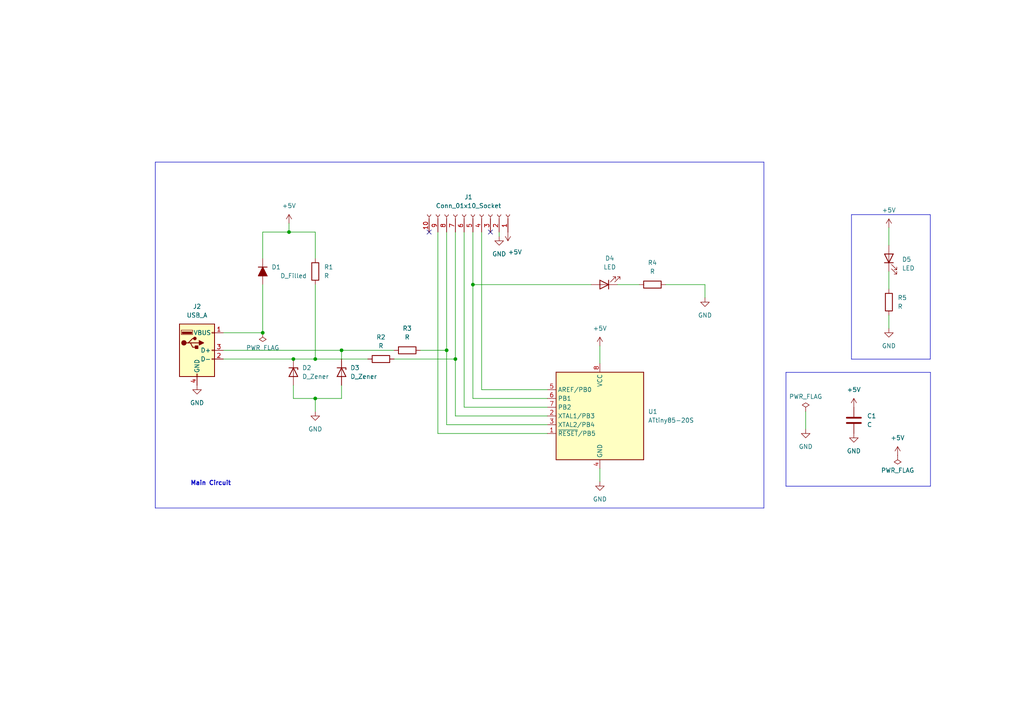
<source format=kicad_sch>
(kicad_sch
	(version 20250114)
	(generator "eeschema")
	(generator_version "9.0")
	(uuid "f2c20679-f28d-47ad-9191-2bfbde129570")
	(paper "A4")
	(title_block
		(date "2024-03-18")
		(rev "version Test2024")
		(company "UCC")
		(comment 1 "proyectoBase2024")
	)
	(lib_symbols
		(symbol "+5V_1"
			(power)
			(pin_names
				(offset 0)
			)
			(exclude_from_sim no)
			(in_bom yes)
			(on_board yes)
			(property "Reference" "#PWR"
				(at 0 -3.81 0)
				(effects
					(font
						(size 1.27 1.27)
					)
					(hide yes)
				)
			)
			(property "Value" "+5V_1"
				(at 0 3.556 0)
				(effects
					(font
						(size 1.27 1.27)
					)
				)
			)
			(property "Footprint" ""
				(at 0 0 0)
				(effects
					(font
						(size 1.27 1.27)
					)
					(hide yes)
				)
			)
			(property "Datasheet" ""
				(at 0 0 0)
				(effects
					(font
						(size 1.27 1.27)
					)
					(hide yes)
				)
			)
			(property "Description" "Power symbol creates a global label with name \"+5V\""
				(at 0 0 0)
				(effects
					(font
						(size 1.27 1.27)
					)
					(hide yes)
				)
			)
			(property "ki_keywords" "global power"
				(at 0 0 0)
				(effects
					(font
						(size 1.27 1.27)
					)
					(hide yes)
				)
			)
			(symbol "+5V_1_0_1"
				(polyline
					(pts
						(xy -0.762 1.27) (xy 0 2.54)
					)
					(stroke
						(width 0)
						(type default)
					)
					(fill
						(type none)
					)
				)
				(polyline
					(pts
						(xy 0 2.54) (xy 0.762 1.27)
					)
					(stroke
						(width 0)
						(type default)
					)
					(fill
						(type none)
					)
				)
				(polyline
					(pts
						(xy 0 0) (xy 0 2.54)
					)
					(stroke
						(width 0)
						(type default)
					)
					(fill
						(type none)
					)
				)
			)
			(symbol "+5V_1_1_1"
				(pin power_in line
					(at 0 0 90)
					(length 0)
					(hide yes)
					(name "+5V"
						(effects
							(font
								(size 1.27 1.27)
							)
						)
					)
					(number "1"
						(effects
							(font
								(size 1.27 1.27)
							)
						)
					)
				)
			)
			(embedded_fonts no)
		)
		(symbol "Connector:Conn_01x10_Socket"
			(pin_names
				(offset 1.016)
				(hide yes)
			)
			(exclude_from_sim no)
			(in_bom yes)
			(on_board yes)
			(property "Reference" "J"
				(at 0 12.7 0)
				(effects
					(font
						(size 1.27 1.27)
					)
				)
			)
			(property "Value" "Conn_01x10_Socket"
				(at 0 -15.24 0)
				(effects
					(font
						(size 1.27 1.27)
					)
				)
			)
			(property "Footprint" ""
				(at 0 0 0)
				(effects
					(font
						(size 1.27 1.27)
					)
					(hide yes)
				)
			)
			(property "Datasheet" "~"
				(at 0 0 0)
				(effects
					(font
						(size 1.27 1.27)
					)
					(hide yes)
				)
			)
			(property "Description" "Generic connector, single row, 01x10, script generated"
				(at 0 0 0)
				(effects
					(font
						(size 1.27 1.27)
					)
					(hide yes)
				)
			)
			(property "ki_locked" ""
				(at 0 0 0)
				(effects
					(font
						(size 1.27 1.27)
					)
				)
			)
			(property "ki_keywords" "connector"
				(at 0 0 0)
				(effects
					(font
						(size 1.27 1.27)
					)
					(hide yes)
				)
			)
			(property "ki_fp_filters" "Connector*:*_1x??_*"
				(at 0 0 0)
				(effects
					(font
						(size 1.27 1.27)
					)
					(hide yes)
				)
			)
			(symbol "Conn_01x10_Socket_1_1"
				(polyline
					(pts
						(xy -1.27 10.16) (xy -0.508 10.16)
					)
					(stroke
						(width 0.1524)
						(type default)
					)
					(fill
						(type none)
					)
				)
				(polyline
					(pts
						(xy -1.27 7.62) (xy -0.508 7.62)
					)
					(stroke
						(width 0.1524)
						(type default)
					)
					(fill
						(type none)
					)
				)
				(polyline
					(pts
						(xy -1.27 5.08) (xy -0.508 5.08)
					)
					(stroke
						(width 0.1524)
						(type default)
					)
					(fill
						(type none)
					)
				)
				(polyline
					(pts
						(xy -1.27 2.54) (xy -0.508 2.54)
					)
					(stroke
						(width 0.1524)
						(type default)
					)
					(fill
						(type none)
					)
				)
				(polyline
					(pts
						(xy -1.27 0) (xy -0.508 0)
					)
					(stroke
						(width 0.1524)
						(type default)
					)
					(fill
						(type none)
					)
				)
				(polyline
					(pts
						(xy -1.27 -2.54) (xy -0.508 -2.54)
					)
					(stroke
						(width 0.1524)
						(type default)
					)
					(fill
						(type none)
					)
				)
				(polyline
					(pts
						(xy -1.27 -5.08) (xy -0.508 -5.08)
					)
					(stroke
						(width 0.1524)
						(type default)
					)
					(fill
						(type none)
					)
				)
				(polyline
					(pts
						(xy -1.27 -7.62) (xy -0.508 -7.62)
					)
					(stroke
						(width 0.1524)
						(type default)
					)
					(fill
						(type none)
					)
				)
				(polyline
					(pts
						(xy -1.27 -10.16) (xy -0.508 -10.16)
					)
					(stroke
						(width 0.1524)
						(type default)
					)
					(fill
						(type none)
					)
				)
				(polyline
					(pts
						(xy -1.27 -12.7) (xy -0.508 -12.7)
					)
					(stroke
						(width 0.1524)
						(type default)
					)
					(fill
						(type none)
					)
				)
				(arc
					(start 0 9.652)
					(mid -0.5058 10.16)
					(end 0 10.668)
					(stroke
						(width 0.1524)
						(type default)
					)
					(fill
						(type none)
					)
				)
				(arc
					(start 0 7.112)
					(mid -0.5058 7.62)
					(end 0 8.128)
					(stroke
						(width 0.1524)
						(type default)
					)
					(fill
						(type none)
					)
				)
				(arc
					(start 0 4.572)
					(mid -0.5058 5.08)
					(end 0 5.588)
					(stroke
						(width 0.1524)
						(type default)
					)
					(fill
						(type none)
					)
				)
				(arc
					(start 0 2.032)
					(mid -0.5058 2.54)
					(end 0 3.048)
					(stroke
						(width 0.1524)
						(type default)
					)
					(fill
						(type none)
					)
				)
				(arc
					(start 0 -0.508)
					(mid -0.5058 0)
					(end 0 0.508)
					(stroke
						(width 0.1524)
						(type default)
					)
					(fill
						(type none)
					)
				)
				(arc
					(start 0 -3.048)
					(mid -0.5058 -2.54)
					(end 0 -2.032)
					(stroke
						(width 0.1524)
						(type default)
					)
					(fill
						(type none)
					)
				)
				(arc
					(start 0 -5.588)
					(mid -0.5058 -5.08)
					(end 0 -4.572)
					(stroke
						(width 0.1524)
						(type default)
					)
					(fill
						(type none)
					)
				)
				(arc
					(start 0 -8.128)
					(mid -0.5058 -7.62)
					(end 0 -7.112)
					(stroke
						(width 0.1524)
						(type default)
					)
					(fill
						(type none)
					)
				)
				(arc
					(start 0 -10.668)
					(mid -0.5058 -10.16)
					(end 0 -9.652)
					(stroke
						(width 0.1524)
						(type default)
					)
					(fill
						(type none)
					)
				)
				(arc
					(start 0 -13.208)
					(mid -0.5058 -12.7)
					(end 0 -12.192)
					(stroke
						(width 0.1524)
						(type default)
					)
					(fill
						(type none)
					)
				)
				(pin passive line
					(at -5.08 10.16 0)
					(length 3.81)
					(name "Pin_1"
						(effects
							(font
								(size 1.27 1.27)
							)
						)
					)
					(number "1"
						(effects
							(font
								(size 1.27 1.27)
							)
						)
					)
				)
				(pin passive line
					(at -5.08 7.62 0)
					(length 3.81)
					(name "Pin_2"
						(effects
							(font
								(size 1.27 1.27)
							)
						)
					)
					(number "2"
						(effects
							(font
								(size 1.27 1.27)
							)
						)
					)
				)
				(pin passive line
					(at -5.08 5.08 0)
					(length 3.81)
					(name "Pin_3"
						(effects
							(font
								(size 1.27 1.27)
							)
						)
					)
					(number "3"
						(effects
							(font
								(size 1.27 1.27)
							)
						)
					)
				)
				(pin passive line
					(at -5.08 2.54 0)
					(length 3.81)
					(name "Pin_4"
						(effects
							(font
								(size 1.27 1.27)
							)
						)
					)
					(number "4"
						(effects
							(font
								(size 1.27 1.27)
							)
						)
					)
				)
				(pin passive line
					(at -5.08 0 0)
					(length 3.81)
					(name "Pin_5"
						(effects
							(font
								(size 1.27 1.27)
							)
						)
					)
					(number "5"
						(effects
							(font
								(size 1.27 1.27)
							)
						)
					)
				)
				(pin passive line
					(at -5.08 -2.54 0)
					(length 3.81)
					(name "Pin_6"
						(effects
							(font
								(size 1.27 1.27)
							)
						)
					)
					(number "6"
						(effects
							(font
								(size 1.27 1.27)
							)
						)
					)
				)
				(pin passive line
					(at -5.08 -5.08 0)
					(length 3.81)
					(name "Pin_7"
						(effects
							(font
								(size 1.27 1.27)
							)
						)
					)
					(number "7"
						(effects
							(font
								(size 1.27 1.27)
							)
						)
					)
				)
				(pin passive line
					(at -5.08 -7.62 0)
					(length 3.81)
					(name "Pin_8"
						(effects
							(font
								(size 1.27 1.27)
							)
						)
					)
					(number "8"
						(effects
							(font
								(size 1.27 1.27)
							)
						)
					)
				)
				(pin passive line
					(at -5.08 -10.16 0)
					(length 3.81)
					(name "Pin_9"
						(effects
							(font
								(size 1.27 1.27)
							)
						)
					)
					(number "9"
						(effects
							(font
								(size 1.27 1.27)
							)
						)
					)
				)
				(pin passive line
					(at -5.08 -12.7 0)
					(length 3.81)
					(name "Pin_10"
						(effects
							(font
								(size 1.27 1.27)
							)
						)
					)
					(number "10"
						(effects
							(font
								(size 1.27 1.27)
							)
						)
					)
				)
			)
			(embedded_fonts no)
		)
		(symbol "Connector:USB_A"
			(pin_names
				(offset 1.016)
			)
			(exclude_from_sim no)
			(in_bom yes)
			(on_board yes)
			(property "Reference" "J2"
				(at 0 12.7 0)
				(effects
					(font
						(size 1.27 1.27)
					)
				)
			)
			(property "Value" "USB_A"
				(at 0 10.16 0)
				(effects
					(font
						(size 1.27 1.27)
					)
				)
			)
			(property "Footprint" ""
				(at 3.81 -1.27 0)
				(effects
					(font
						(size 1.27 1.27)
					)
					(hide yes)
				)
			)
			(property "Datasheet" "~"
				(at 3.81 -1.27 0)
				(effects
					(font
						(size 1.27 1.27)
					)
					(hide yes)
				)
			)
			(property "Description" "USB Type A connector"
				(at 0 0 0)
				(effects
					(font
						(size 1.27 1.27)
					)
					(hide yes)
				)
			)
			(property "ki_keywords" "connector USB"
				(at 0 0 0)
				(effects
					(font
						(size 1.27 1.27)
					)
					(hide yes)
				)
			)
			(property "ki_fp_filters" "USB*"
				(at 0 0 0)
				(effects
					(font
						(size 1.27 1.27)
					)
					(hide yes)
				)
			)
			(symbol "USB_A_0_1"
				(rectangle
					(start -5.08 -7.62)
					(end 5.08 7.62)
					(stroke
						(width 0.254)
						(type default)
					)
					(fill
						(type background)
					)
				)
				(circle
					(center -3.81 2.159)
					(radius 0.635)
					(stroke
						(width 0.254)
						(type default)
					)
					(fill
						(type outline)
					)
				)
				(polyline
					(pts
						(xy -3.175 2.159) (xy -2.54 2.159) (xy -1.27 3.429) (xy -0.635 3.429)
					)
					(stroke
						(width 0.254)
						(type default)
					)
					(fill
						(type none)
					)
				)
				(polyline
					(pts
						(xy -2.54 2.159) (xy -1.905 2.159) (xy -1.27 0.889) (xy 0 0.889)
					)
					(stroke
						(width 0.254)
						(type default)
					)
					(fill
						(type none)
					)
				)
				(rectangle
					(start -1.524 4.826)
					(end -4.318 5.334)
					(stroke
						(width 0)
						(type default)
					)
					(fill
						(type outline)
					)
				)
				(rectangle
					(start -1.27 4.572)
					(end -4.572 5.842)
					(stroke
						(width 0)
						(type default)
					)
					(fill
						(type none)
					)
				)
				(circle
					(center -0.635 3.429)
					(radius 0.381)
					(stroke
						(width 0.254)
						(type default)
					)
					(fill
						(type outline)
					)
				)
				(rectangle
					(start -0.127 -7.62)
					(end 0.127 -6.858)
					(stroke
						(width 0)
						(type default)
					)
					(fill
						(type none)
					)
				)
				(rectangle
					(start 0.254 1.27)
					(end -0.508 0.508)
					(stroke
						(width 0.254)
						(type default)
					)
					(fill
						(type outline)
					)
				)
				(polyline
					(pts
						(xy 0.635 2.794) (xy 0.635 1.524) (xy 1.905 2.159) (xy 0.635 2.794)
					)
					(stroke
						(width 0.254)
						(type default)
					)
					(fill
						(type outline)
					)
				)
				(rectangle
					(start 5.08 4.953)
					(end 4.318 5.207)
					(stroke
						(width 0)
						(type default)
					)
					(fill
						(type none)
					)
				)
				(rectangle
					(start 5.08 -0.127)
					(end 4.318 0.127)
					(stroke
						(width 0)
						(type default)
					)
					(fill
						(type none)
					)
				)
				(rectangle
					(start 5.08 -2.667)
					(end 4.318 -2.413)
					(stroke
						(width 0)
						(type default)
					)
					(fill
						(type none)
					)
				)
			)
			(symbol "USB_A_1_1"
				(polyline
					(pts
						(xy -1.905 2.159) (xy 0.635 2.159)
					)
					(stroke
						(width 0.254)
						(type default)
					)
					(fill
						(type none)
					)
				)
				(pin power_in line
					(at 0 -10.16 90)
					(length 2.54)
					(name "GND"
						(effects
							(font
								(size 1.27 1.27)
							)
						)
					)
					(number "4"
						(effects
							(font
								(size 1.27 1.27)
							)
						)
					)
				)
				(pin power_in line
					(at 7.62 5.08 180)
					(length 2.54)
					(name "VBUS"
						(effects
							(font
								(size 1.27 1.27)
							)
						)
					)
					(number "1"
						(effects
							(font
								(size 1.27 1.27)
							)
						)
					)
				)
				(pin bidirectional line
					(at 7.62 0 180)
					(length 2.54)
					(name "D+"
						(effects
							(font
								(size 1.27 1.27)
							)
						)
					)
					(number "3"
						(effects
							(font
								(size 1.27 1.27)
							)
						)
					)
				)
				(pin bidirectional line
					(at 7.62 -2.54 180)
					(length 2.54)
					(name "D-"
						(effects
							(font
								(size 1.27 1.27)
							)
						)
					)
					(number "2"
						(effects
							(font
								(size 1.27 1.27)
							)
						)
					)
				)
			)
			(embedded_fonts no)
		)
		(symbol "D_Filled_1"
			(pin_numbers
				(hide yes)
			)
			(pin_names
				(offset 1.016)
				(hide yes)
			)
			(exclude_from_sim no)
			(in_bom yes)
			(on_board yes)
			(property "Reference" "D"
				(at 0 2.54 0)
				(effects
					(font
						(size 1.27 1.27)
					)
				)
			)
			(property "Value" "D_Filled"
				(at 0 -2.54 0)
				(effects
					(font
						(size 1.27 1.27)
					)
				)
			)
			(property "Footprint" ""
				(at 0 0 0)
				(effects
					(font
						(size 1.27 1.27)
					)
					(hide yes)
				)
			)
			(property "Datasheet" "~"
				(at 0 0 0)
				(effects
					(font
						(size 1.27 1.27)
					)
					(hide yes)
				)
			)
			(property "Description" "Diode, filled shape"
				(at 0 0 0)
				(effects
					(font
						(size 1.27 1.27)
					)
					(hide yes)
				)
			)
			(property "Sim.Device" "D"
				(at 0 0 0)
				(effects
					(font
						(size 1.27 1.27)
					)
					(hide yes)
				)
			)
			(property "Sim.Pins" "1=K 2=A"
				(at 0 0 0)
				(effects
					(font
						(size 1.27 1.27)
					)
					(hide yes)
				)
			)
			(property "ki_keywords" "diode"
				(at 0 0 0)
				(effects
					(font
						(size 1.27 1.27)
					)
					(hide yes)
				)
			)
			(property "ki_fp_filters" "TO-???* *_Diode_* *SingleDiode* D_*"
				(at 0 0 0)
				(effects
					(font
						(size 1.27 1.27)
					)
					(hide yes)
				)
			)
			(symbol "D_Filled_1_0_1"
				(polyline
					(pts
						(xy -1.27 1.27) (xy -1.27 -1.27)
					)
					(stroke
						(width 0.254)
						(type default)
					)
					(fill
						(type none)
					)
				)
				(polyline
					(pts
						(xy 1.27 1.27) (xy 1.27 -1.27) (xy -1.27 0) (xy 1.27 1.27)
					)
					(stroke
						(width 0.254)
						(type default)
					)
					(fill
						(type outline)
					)
				)
				(polyline
					(pts
						(xy 1.27 0) (xy -1.27 0)
					)
					(stroke
						(width 0)
						(type default)
					)
					(fill
						(type none)
					)
				)
			)
			(symbol "D_Filled_1_1_1"
				(pin passive line
					(at -3.81 0 0)
					(length 2.54)
					(name "K"
						(effects
							(font
								(size 1.27 1.27)
							)
						)
					)
					(number "1"
						(effects
							(font
								(size 1.27 1.27)
							)
						)
					)
				)
				(pin passive line
					(at 3.81 0 180)
					(length 2.54)
					(name "A"
						(effects
							(font
								(size 1.27 1.27)
							)
						)
					)
					(number "2"
						(effects
							(font
								(size 1.27 1.27)
							)
						)
					)
				)
			)
			(embedded_fonts no)
		)
		(symbol "Device:C"
			(pin_numbers
				(hide yes)
			)
			(pin_names
				(offset 0.254)
			)
			(exclude_from_sim no)
			(in_bom yes)
			(on_board yes)
			(property "Reference" "C"
				(at 0.635 2.54 0)
				(effects
					(font
						(size 1.27 1.27)
					)
					(justify left)
				)
			)
			(property "Value" "C"
				(at 0.635 -2.54 0)
				(effects
					(font
						(size 1.27 1.27)
					)
					(justify left)
				)
			)
			(property "Footprint" ""
				(at 0.9652 -3.81 0)
				(effects
					(font
						(size 1.27 1.27)
					)
					(hide yes)
				)
			)
			(property "Datasheet" "~"
				(at 0 0 0)
				(effects
					(font
						(size 1.27 1.27)
					)
					(hide yes)
				)
			)
			(property "Description" "Unpolarized capacitor"
				(at 0 0 0)
				(effects
					(font
						(size 1.27 1.27)
					)
					(hide yes)
				)
			)
			(property "ki_keywords" "cap capacitor"
				(at 0 0 0)
				(effects
					(font
						(size 1.27 1.27)
					)
					(hide yes)
				)
			)
			(property "ki_fp_filters" "C_*"
				(at 0 0 0)
				(effects
					(font
						(size 1.27 1.27)
					)
					(hide yes)
				)
			)
			(symbol "C_0_1"
				(polyline
					(pts
						(xy -2.032 0.762) (xy 2.032 0.762)
					)
					(stroke
						(width 0.508)
						(type default)
					)
					(fill
						(type none)
					)
				)
				(polyline
					(pts
						(xy -2.032 -0.762) (xy 2.032 -0.762)
					)
					(stroke
						(width 0.508)
						(type default)
					)
					(fill
						(type none)
					)
				)
			)
			(symbol "C_1_1"
				(pin passive line
					(at 0 3.81 270)
					(length 2.794)
					(name "~"
						(effects
							(font
								(size 1.27 1.27)
							)
						)
					)
					(number "1"
						(effects
							(font
								(size 1.27 1.27)
							)
						)
					)
				)
				(pin passive line
					(at 0 -3.81 90)
					(length 2.794)
					(name "~"
						(effects
							(font
								(size 1.27 1.27)
							)
						)
					)
					(number "2"
						(effects
							(font
								(size 1.27 1.27)
							)
						)
					)
				)
			)
			(embedded_fonts no)
		)
		(symbol "Device:D_Zener"
			(pin_numbers
				(hide yes)
			)
			(pin_names
				(offset 1.016)
				(hide yes)
			)
			(exclude_from_sim no)
			(in_bom yes)
			(on_board yes)
			(property "Reference" "D"
				(at 0 2.54 0)
				(effects
					(font
						(size 1.27 1.27)
					)
				)
			)
			(property "Value" "D_Zener"
				(at 0 -2.54 0)
				(effects
					(font
						(size 1.27 1.27)
					)
				)
			)
			(property "Footprint" ""
				(at 0 0 0)
				(effects
					(font
						(size 1.27 1.27)
					)
					(hide yes)
				)
			)
			(property "Datasheet" "~"
				(at 0 0 0)
				(effects
					(font
						(size 1.27 1.27)
					)
					(hide yes)
				)
			)
			(property "Description" "Zener diode"
				(at 0 0 0)
				(effects
					(font
						(size 1.27 1.27)
					)
					(hide yes)
				)
			)
			(property "ki_keywords" "diode"
				(at 0 0 0)
				(effects
					(font
						(size 1.27 1.27)
					)
					(hide yes)
				)
			)
			(property "ki_fp_filters" "TO-???* *_Diode_* *SingleDiode* D_*"
				(at 0 0 0)
				(effects
					(font
						(size 1.27 1.27)
					)
					(hide yes)
				)
			)
			(symbol "D_Zener_0_1"
				(polyline
					(pts
						(xy -1.27 -1.27) (xy -1.27 1.27) (xy -0.762 1.27)
					)
					(stroke
						(width 0.254)
						(type default)
					)
					(fill
						(type none)
					)
				)
				(polyline
					(pts
						(xy 1.27 0) (xy -1.27 0)
					)
					(stroke
						(width 0)
						(type default)
					)
					(fill
						(type none)
					)
				)
				(polyline
					(pts
						(xy 1.27 -1.27) (xy 1.27 1.27) (xy -1.27 0) (xy 1.27 -1.27)
					)
					(stroke
						(width 0.254)
						(type default)
					)
					(fill
						(type none)
					)
				)
			)
			(symbol "D_Zener_1_1"
				(pin passive line
					(at -3.81 0 0)
					(length 2.54)
					(name "K"
						(effects
							(font
								(size 1.27 1.27)
							)
						)
					)
					(number "1"
						(effects
							(font
								(size 1.27 1.27)
							)
						)
					)
				)
				(pin passive line
					(at 3.81 0 180)
					(length 2.54)
					(name "A"
						(effects
							(font
								(size 1.27 1.27)
							)
						)
					)
					(number "2"
						(effects
							(font
								(size 1.27 1.27)
							)
						)
					)
				)
			)
			(embedded_fonts no)
		)
		(symbol "Device:LED"
			(pin_numbers
				(hide yes)
			)
			(pin_names
				(offset 1.016)
				(hide yes)
			)
			(exclude_from_sim no)
			(in_bom yes)
			(on_board yes)
			(property "Reference" "D"
				(at 0 2.54 0)
				(effects
					(font
						(size 1.27 1.27)
					)
				)
			)
			(property "Value" "LED"
				(at 0 -2.54 0)
				(effects
					(font
						(size 1.27 1.27)
					)
				)
			)
			(property "Footprint" ""
				(at 0 0 0)
				(effects
					(font
						(size 1.27 1.27)
					)
					(hide yes)
				)
			)
			(property "Datasheet" "~"
				(at 0 0 0)
				(effects
					(font
						(size 1.27 1.27)
					)
					(hide yes)
				)
			)
			(property "Description" "Light emitting diode"
				(at 0 0 0)
				(effects
					(font
						(size 1.27 1.27)
					)
					(hide yes)
				)
			)
			(property "ki_keywords" "LED diode"
				(at 0 0 0)
				(effects
					(font
						(size 1.27 1.27)
					)
					(hide yes)
				)
			)
			(property "ki_fp_filters" "LED* LED_SMD:* LED_THT:*"
				(at 0 0 0)
				(effects
					(font
						(size 1.27 1.27)
					)
					(hide yes)
				)
			)
			(symbol "LED_0_1"
				(polyline
					(pts
						(xy -3.048 -0.762) (xy -4.572 -2.286) (xy -3.81 -2.286) (xy -4.572 -2.286) (xy -4.572 -1.524)
					)
					(stroke
						(width 0)
						(type default)
					)
					(fill
						(type none)
					)
				)
				(polyline
					(pts
						(xy -1.778 -0.762) (xy -3.302 -2.286) (xy -2.54 -2.286) (xy -3.302 -2.286) (xy -3.302 -1.524)
					)
					(stroke
						(width 0)
						(type default)
					)
					(fill
						(type none)
					)
				)
				(polyline
					(pts
						(xy -1.27 0) (xy 1.27 0)
					)
					(stroke
						(width 0)
						(type default)
					)
					(fill
						(type none)
					)
				)
				(polyline
					(pts
						(xy -1.27 -1.27) (xy -1.27 1.27)
					)
					(stroke
						(width 0.254)
						(type default)
					)
					(fill
						(type none)
					)
				)
				(polyline
					(pts
						(xy 1.27 -1.27) (xy 1.27 1.27) (xy -1.27 0) (xy 1.27 -1.27)
					)
					(stroke
						(width 0.254)
						(type default)
					)
					(fill
						(type none)
					)
				)
			)
			(symbol "LED_1_1"
				(pin passive line
					(at -3.81 0 0)
					(length 2.54)
					(name "K"
						(effects
							(font
								(size 1.27 1.27)
							)
						)
					)
					(number "1"
						(effects
							(font
								(size 1.27 1.27)
							)
						)
					)
				)
				(pin passive line
					(at 3.81 0 180)
					(length 2.54)
					(name "A"
						(effects
							(font
								(size 1.27 1.27)
							)
						)
					)
					(number "2"
						(effects
							(font
								(size 1.27 1.27)
							)
						)
					)
				)
			)
			(embedded_fonts no)
		)
		(symbol "Device:R"
			(pin_numbers
				(hide yes)
			)
			(pin_names
				(offset 0)
			)
			(exclude_from_sim no)
			(in_bom yes)
			(on_board yes)
			(property "Reference" "R"
				(at 2.032 0 90)
				(effects
					(font
						(size 1.27 1.27)
					)
				)
			)
			(property "Value" "R"
				(at 0 0 90)
				(effects
					(font
						(size 1.27 1.27)
					)
				)
			)
			(property "Footprint" ""
				(at -1.778 0 90)
				(effects
					(font
						(size 1.27 1.27)
					)
					(hide yes)
				)
			)
			(property "Datasheet" "~"
				(at 0 0 0)
				(effects
					(font
						(size 1.27 1.27)
					)
					(hide yes)
				)
			)
			(property "Description" "Resistor"
				(at 0 0 0)
				(effects
					(font
						(size 1.27 1.27)
					)
					(hide yes)
				)
			)
			(property "ki_keywords" "R res resistor"
				(at 0 0 0)
				(effects
					(font
						(size 1.27 1.27)
					)
					(hide yes)
				)
			)
			(property "ki_fp_filters" "R_*"
				(at 0 0 0)
				(effects
					(font
						(size 1.27 1.27)
					)
					(hide yes)
				)
			)
			(symbol "R_0_1"
				(rectangle
					(start -1.016 -2.54)
					(end 1.016 2.54)
					(stroke
						(width 0.254)
						(type default)
					)
					(fill
						(type none)
					)
				)
			)
			(symbol "R_1_1"
				(pin passive line
					(at 0 3.81 270)
					(length 1.27)
					(name "~"
						(effects
							(font
								(size 1.27 1.27)
							)
						)
					)
					(number "1"
						(effects
							(font
								(size 1.27 1.27)
							)
						)
					)
				)
				(pin passive line
					(at 0 -3.81 90)
					(length 1.27)
					(name "~"
						(effects
							(font
								(size 1.27 1.27)
							)
						)
					)
					(number "2"
						(effects
							(font
								(size 1.27 1.27)
							)
						)
					)
				)
			)
			(embedded_fonts no)
		)
		(symbol "GND_1"
			(power)
			(pin_names
				(offset 0)
			)
			(exclude_from_sim no)
			(in_bom yes)
			(on_board yes)
			(property "Reference" "#PWR"
				(at 0 -6.35 0)
				(effects
					(font
						(size 1.27 1.27)
					)
					(hide yes)
				)
			)
			(property "Value" "GND_1"
				(at 0 -3.81 0)
				(effects
					(font
						(size 1.27 1.27)
					)
				)
			)
			(property "Footprint" ""
				(at 0 0 0)
				(effects
					(font
						(size 1.27 1.27)
					)
					(hide yes)
				)
			)
			(property "Datasheet" ""
				(at 0 0 0)
				(effects
					(font
						(size 1.27 1.27)
					)
					(hide yes)
				)
			)
			(property "Description" "Power symbol creates a global label with name \"GND\" , ground"
				(at 0 0 0)
				(effects
					(font
						(size 1.27 1.27)
					)
					(hide yes)
				)
			)
			(property "ki_keywords" "global power"
				(at 0 0 0)
				(effects
					(font
						(size 1.27 1.27)
					)
					(hide yes)
				)
			)
			(symbol "GND_1_0_1"
				(polyline
					(pts
						(xy 0 0) (xy 0 -1.27) (xy 1.27 -1.27) (xy 0 -2.54) (xy -1.27 -1.27) (xy 0 -1.27)
					)
					(stroke
						(width 0)
						(type default)
					)
					(fill
						(type none)
					)
				)
			)
			(symbol "GND_1_1_1"
				(pin power_in line
					(at 0 0 270)
					(length 0)
					(hide yes)
					(name "GND"
						(effects
							(font
								(size 1.27 1.27)
							)
						)
					)
					(number "1"
						(effects
							(font
								(size 1.27 1.27)
							)
						)
					)
				)
			)
			(embedded_fonts no)
		)
		(symbol "MCU_Microchip_ATtiny:ATtiny85-20S"
			(exclude_from_sim no)
			(in_bom yes)
			(on_board yes)
			(property "Reference" "U"
				(at -12.7 13.97 0)
				(effects
					(font
						(size 1.27 1.27)
					)
					(justify left bottom)
				)
			)
			(property "Value" "ATtiny85-20S"
				(at 2.54 -13.97 0)
				(effects
					(font
						(size 1.27 1.27)
					)
					(justify left top)
				)
			)
			(property "Footprint" "Package_SO:SOIC-8W_5.3x5.3mm_P1.27mm"
				(at 0 0 0)
				(effects
					(font
						(size 1.27 1.27)
						(italic yes)
					)
					(hide yes)
				)
			)
			(property "Datasheet" "http://ww1.microchip.com/downloads/en/DeviceDoc/atmel-2586-avr-8-bit-microcontroller-attiny25-attiny45-attiny85_datasheet.pdf"
				(at 0 0 0)
				(effects
					(font
						(size 1.27 1.27)
					)
					(hide yes)
				)
			)
			(property "Description" "20MHz, 8kB Flash, 512B SRAM, 512B EEPROM, debugWIRE, SOIC-8W"
				(at 0 0 0)
				(effects
					(font
						(size 1.27 1.27)
					)
					(hide yes)
				)
			)
			(property "ki_keywords" "AVR 8bit Microcontroller tinyAVR"
				(at 0 0 0)
				(effects
					(font
						(size 1.27 1.27)
					)
					(hide yes)
				)
			)
			(property "ki_fp_filters" "SOIC*5.3x5.3mm*P1.27mm*"
				(at 0 0 0)
				(effects
					(font
						(size 1.27 1.27)
					)
					(hide yes)
				)
			)
			(symbol "ATtiny85-20S_0_1"
				(rectangle
					(start -12.7 -12.7)
					(end 12.7 12.7)
					(stroke
						(width 0.254)
						(type default)
					)
					(fill
						(type background)
					)
				)
			)
			(symbol "ATtiny85-20S_1_1"
				(pin power_in line
					(at 0 15.24 270)
					(length 2.54)
					(name "VCC"
						(effects
							(font
								(size 1.27 1.27)
							)
						)
					)
					(number "8"
						(effects
							(font
								(size 1.27 1.27)
							)
						)
					)
				)
				(pin power_in line
					(at 0 -15.24 90)
					(length 2.54)
					(name "GND"
						(effects
							(font
								(size 1.27 1.27)
							)
						)
					)
					(number "4"
						(effects
							(font
								(size 1.27 1.27)
							)
						)
					)
				)
				(pin bidirectional line
					(at 15.24 7.62 180)
					(length 2.54)
					(name "AREF/PB0"
						(effects
							(font
								(size 1.27 1.27)
							)
						)
					)
					(number "5"
						(effects
							(font
								(size 1.27 1.27)
							)
						)
					)
				)
				(pin bidirectional line
					(at 15.24 5.08 180)
					(length 2.54)
					(name "PB1"
						(effects
							(font
								(size 1.27 1.27)
							)
						)
					)
					(number "6"
						(effects
							(font
								(size 1.27 1.27)
							)
						)
					)
				)
				(pin bidirectional line
					(at 15.24 2.54 180)
					(length 2.54)
					(name "PB2"
						(effects
							(font
								(size 1.27 1.27)
							)
						)
					)
					(number "7"
						(effects
							(font
								(size 1.27 1.27)
							)
						)
					)
				)
				(pin bidirectional line
					(at 15.24 0 180)
					(length 2.54)
					(name "XTAL1/PB3"
						(effects
							(font
								(size 1.27 1.27)
							)
						)
					)
					(number "2"
						(effects
							(font
								(size 1.27 1.27)
							)
						)
					)
				)
				(pin bidirectional line
					(at 15.24 -2.54 180)
					(length 2.54)
					(name "XTAL2/PB4"
						(effects
							(font
								(size 1.27 1.27)
							)
						)
					)
					(number "3"
						(effects
							(font
								(size 1.27 1.27)
							)
						)
					)
				)
				(pin bidirectional line
					(at 15.24 -5.08 180)
					(length 2.54)
					(name "~{RESET}/PB5"
						(effects
							(font
								(size 1.27 1.27)
							)
						)
					)
					(number "1"
						(effects
							(font
								(size 1.27 1.27)
							)
						)
					)
				)
			)
			(embedded_fonts no)
		)
		(symbol "PWR_FLAG_1"
			(power)
			(pin_numbers
				(hide yes)
			)
			(pin_names
				(offset 0)
				(hide yes)
			)
			(exclude_from_sim no)
			(in_bom yes)
			(on_board yes)
			(property "Reference" "#FLG"
				(at 0 1.905 0)
				(effects
					(font
						(size 1.27 1.27)
					)
					(hide yes)
				)
			)
			(property "Value" "PWR_FLAG_1"
				(at 0 3.81 0)
				(effects
					(font
						(size 1.27 1.27)
					)
				)
			)
			(property "Footprint" ""
				(at 0 0 0)
				(effects
					(font
						(size 1.27 1.27)
					)
					(hide yes)
				)
			)
			(property "Datasheet" "~"
				(at 0 0 0)
				(effects
					(font
						(size 1.27 1.27)
					)
					(hide yes)
				)
			)
			(property "Description" "Special symbol for telling ERC where power comes from"
				(at 0 0 0)
				(effects
					(font
						(size 1.27 1.27)
					)
					(hide yes)
				)
			)
			(property "ki_keywords" "flag power"
				(at 0 0 0)
				(effects
					(font
						(size 1.27 1.27)
					)
					(hide yes)
				)
			)
			(symbol "PWR_FLAG_1_0_0"
				(pin power_out line
					(at 0 0 90)
					(length 0)
					(name "pwr"
						(effects
							(font
								(size 1.27 1.27)
							)
						)
					)
					(number "1"
						(effects
							(font
								(size 1.27 1.27)
							)
						)
					)
				)
			)
			(symbol "PWR_FLAG_1_0_1"
				(polyline
					(pts
						(xy 0 0) (xy 0 1.27) (xy -1.016 1.905) (xy 0 2.54) (xy 1.016 1.905) (xy 0 1.27)
					)
					(stroke
						(width 0)
						(type default)
					)
					(fill
						(type none)
					)
				)
			)
			(embedded_fonts no)
		)
	)
	(text "Main Circuit"
		(exclude_from_sim no)
		(at 55.1942 140.9954 0)
		(effects
			(font
				(size 1.27 1.27)
				(thickness 0.254)
				(bold yes)
			)
			(justify left bottom)
		)
		(uuid "39ea4496-1b44-485f-ab4a-73accbcc9f99")
	)
	(junction
		(at 137.16 82.55)
		(diameter 0)
		(color 0 0 0 0)
		(uuid "071dad15-c7e1-4fbb-b2ce-3ef56a8a4f1f")
	)
	(junction
		(at 83.82 67.31)
		(diameter 0)
		(color 0 0 0 0)
		(uuid "45e23898-725d-4312-9589-842bbc39b85b")
	)
	(junction
		(at 91.44 104.14)
		(diameter 0)
		(color 0 0 0 0)
		(uuid "6640e767-c66c-422f-8d48-ea67882c1e57")
	)
	(junction
		(at 99.06 101.6)
		(diameter 0)
		(color 0 0 0 0)
		(uuid "7bc54acd-2352-4fd3-ae48-dabfabf80d65")
	)
	(junction
		(at 91.44 115.57)
		(diameter 0)
		(color 0 0 0 0)
		(uuid "8d8281ab-75cd-4615-8e94-24947cb15e86")
	)
	(junction
		(at 76.2 96.52)
		(diameter 0)
		(color 0 0 0 0)
		(uuid "94750314-cf0a-46f1-87b0-912a133de4d3")
	)
	(junction
		(at 129.54 101.6)
		(diameter 0)
		(color 0 0 0 0)
		(uuid "a2b0b85a-7fd2-4921-a8af-419463c8e9d2")
	)
	(junction
		(at 85.09 104.14)
		(diameter 0)
		(color 0 0 0 0)
		(uuid "b58c7695-cf4f-42ad-a3fe-76f0e623e1af")
	)
	(junction
		(at 132.08 104.14)
		(diameter 0)
		(color 0 0 0 0)
		(uuid "e2a8f5c3-9e97-4326-8484-1388e6ee0596")
	)
	(no_connect
		(at 142.24 67.31)
		(uuid "2246cab9-cd07-4fdd-94d7-83ac52c31ca5")
	)
	(no_connect
		(at 124.46 67.31)
		(uuid "cbaf06f8-6dad-4b2f-83ed-1eef61ee1f22")
	)
	(wire
		(pts
			(xy 91.44 115.57) (xy 91.44 119.38)
		)
		(stroke
			(width 0)
			(type default)
		)
		(uuid "01b73ea9-6b72-4852-9bf7-04f728ad760d")
	)
	(wire
		(pts
			(xy 257.81 91.44) (xy 257.81 95.25)
		)
		(stroke
			(width 0)
			(type default)
		)
		(uuid "0d02f9ec-38c3-4cce-ac1c-2ee8cd0168d7")
	)
	(polyline
		(pts
			(xy 45.0342 147.3454) (xy 45.0342 47.0154)
		)
		(stroke
			(width 0)
			(type default)
		)
		(uuid "12c67071-fe67-4f47-a0ca-3ef1ab2bc966")
	)
	(wire
		(pts
			(xy 173.99 135.89) (xy 173.99 139.7)
		)
		(stroke
			(width 0)
			(type default)
		)
		(uuid "1f18e82c-6ceb-41de-bfce-b0fc11f70f34")
	)
	(polyline
		(pts
			(xy 221.5642 47.0154) (xy 221.5642 147.3454)
		)
		(stroke
			(width 0)
			(type default)
		)
		(uuid "1f5f82f7-3c3e-40e2-9a00-ce83a042d5ac")
	)
	(wire
		(pts
			(xy 64.77 96.52) (xy 76.2 96.52)
		)
		(stroke
			(width 0)
			(type default)
		)
		(uuid "2fcd4155-191e-4ecf-bb1e-5b140d6618db")
	)
	(wire
		(pts
			(xy 137.16 82.55) (xy 137.16 115.57)
		)
		(stroke
			(width 0)
			(type default)
		)
		(uuid "2ffc75b0-0320-4d97-8961-ab4923e61900")
	)
	(wire
		(pts
			(xy 173.99 100.33) (xy 173.99 105.41)
		)
		(stroke
			(width 0)
			(type default)
		)
		(uuid "35a14b89-0606-42cb-a1d4-e918a11635eb")
	)
	(wire
		(pts
			(xy 64.77 104.14) (xy 85.09 104.14)
		)
		(stroke
			(width 0)
			(type default)
		)
		(uuid "3bedc119-7cf0-4289-96a9-d372b7fbb048")
	)
	(wire
		(pts
			(xy 83.82 64.77) (xy 83.82 67.31)
		)
		(stroke
			(width 0)
			(type default)
		)
		(uuid "410248ad-2904-4812-8d85-850535af93ee")
	)
	(wire
		(pts
			(xy 137.16 82.55) (xy 171.45 82.55)
		)
		(stroke
			(width 0)
			(type default)
		)
		(uuid "48954d10-3ec3-4a5e-b412-447a9c6a9166")
	)
	(wire
		(pts
			(xy 179.07 82.55) (xy 185.42 82.55)
		)
		(stroke
			(width 0)
			(type default)
		)
		(uuid "48f7ebfe-a97f-4c34-9aca-bf0cd59e7562")
	)
	(wire
		(pts
			(xy 144.78 68.58) (xy 144.78 67.31)
		)
		(stroke
			(width 0)
			(type default)
		)
		(uuid "49510298-99a3-44cc-9229-97fbc0222a05")
	)
	(wire
		(pts
			(xy 132.08 67.31) (xy 132.08 104.14)
		)
		(stroke
			(width 0)
			(type default)
		)
		(uuid "4a9363b5-1be6-4b4a-8d2c-25c87789896f")
	)
	(wire
		(pts
			(xy 76.2 67.31) (xy 76.2 74.93)
		)
		(stroke
			(width 0)
			(type default)
		)
		(uuid "4c2df597-1210-449c-9045-650fb6953e19")
	)
	(wire
		(pts
			(xy 257.81 78.74) (xy 257.81 83.82)
		)
		(stroke
			(width 0)
			(type default)
		)
		(uuid "4d4c00b4-6526-4bbd-9c03-bc377a72884a")
	)
	(polyline
		(pts
			(xy 269.8242 62.2554) (xy 269.8242 104.1654)
		)
		(stroke
			(width 0)
			(type default)
		)
		(uuid "4eb3e81b-c3fe-4e85-853e-9ce32520e02d")
	)
	(wire
		(pts
			(xy 85.09 111.76) (xy 85.09 115.57)
		)
		(stroke
			(width 0)
			(type default)
		)
		(uuid "564ab89e-3381-4758-b4e5-e4d700083ea0")
	)
	(wire
		(pts
			(xy 127 67.31) (xy 127 125.73)
		)
		(stroke
			(width 0)
			(type default)
		)
		(uuid "5a92a6b9-3da9-4796-a45b-dff8c11ee9bb")
	)
	(wire
		(pts
			(xy 129.54 123.19) (xy 158.75 123.19)
		)
		(stroke
			(width 0)
			(type default)
		)
		(uuid "5d507753-236f-4ea1-8a15-2e13c91e7b0a")
	)
	(wire
		(pts
			(xy 158.75 113.03) (xy 139.7 113.03)
		)
		(stroke
			(width 0)
			(type default)
		)
		(uuid "5e81b3d0-0da3-4c31-a29a-e6905aac84b3")
	)
	(polyline
		(pts
			(xy 227.965 108.0008) (xy 269.875 108.0008)
		)
		(stroke
			(width 0)
			(type default)
		)
		(uuid "654c2277-b153-442b-b460-0cc1001e1bfe")
	)
	(wire
		(pts
			(xy 91.44 74.93) (xy 91.44 67.31)
		)
		(stroke
			(width 0)
			(type default)
		)
		(uuid "665d1084-3d66-40eb-90e9-0b52b7697f60")
	)
	(wire
		(pts
			(xy 134.62 118.11) (xy 158.75 118.11)
		)
		(stroke
			(width 0)
			(type default)
		)
		(uuid "705efc3f-9ce7-4e4b-b95c-d7f761585324")
	)
	(wire
		(pts
			(xy 129.54 101.6) (xy 129.54 123.19)
		)
		(stroke
			(width 0)
			(type default)
		)
		(uuid "72bd4ab1-c73c-4d12-a11e-ca0fe6dd3c57")
	)
	(polyline
		(pts
			(xy 269.8242 104.1654) (xy 246.9642 104.1654)
		)
		(stroke
			(width 0)
			(type default)
		)
		(uuid "73b21d52-5af1-4324-ac82-7fc4e93bc07a")
	)
	(wire
		(pts
			(xy 99.06 101.6) (xy 114.3 101.6)
		)
		(stroke
			(width 0)
			(type default)
		)
		(uuid "750e6588-c9d1-4c8a-a0e2-edb533db725e")
	)
	(polyline
		(pts
			(xy 227.965 141.0208) (xy 227.965 108.0008)
		)
		(stroke
			(width 0)
			(type default)
		)
		(uuid "7b5ddeea-8245-4000-8222-3f545ae9a1f4")
	)
	(wire
		(pts
			(xy 129.54 67.31) (xy 129.54 101.6)
		)
		(stroke
			(width 0)
			(type default)
		)
		(uuid "7bdb570e-7cf9-4d04-be78-bc3cf61c36bf")
	)
	(wire
		(pts
			(xy 137.16 67.31) (xy 137.16 82.55)
		)
		(stroke
			(width 0)
			(type default)
		)
		(uuid "7be8b711-277a-4597-a579-bf6d14816628")
	)
	(wire
		(pts
			(xy 132.08 104.14) (xy 132.08 120.65)
		)
		(stroke
			(width 0)
			(type default)
		)
		(uuid "7c7656af-2bef-41a2-a4e9-b3739e23e6f4")
	)
	(wire
		(pts
			(xy 137.16 115.57) (xy 158.75 115.57)
		)
		(stroke
			(width 0)
			(type default)
		)
		(uuid "7e676292-e43c-4627-b627-a2c7a42c7bb0")
	)
	(polyline
		(pts
			(xy 221.5642 147.3454) (xy 45.0342 147.3454)
		)
		(stroke
			(width 0)
			(type default)
		)
		(uuid "7ebb2a4f-8cb5-40c6-9206-e43704b68921")
	)
	(wire
		(pts
			(xy 91.44 104.14) (xy 106.68 104.14)
		)
		(stroke
			(width 0)
			(type default)
		)
		(uuid "83fcc40e-94a9-4f65-996a-2bfac9ea095e")
	)
	(wire
		(pts
			(xy 132.08 120.65) (xy 158.75 120.65)
		)
		(stroke
			(width 0)
			(type default)
		)
		(uuid "85e842e7-bab7-4665-8c13-aaa95030036e")
	)
	(wire
		(pts
			(xy 91.44 67.31) (xy 83.82 67.31)
		)
		(stroke
			(width 0)
			(type default)
		)
		(uuid "8de918df-97f3-401f-978b-270bad6ea405")
	)
	(wire
		(pts
			(xy 85.09 104.14) (xy 91.44 104.14)
		)
		(stroke
			(width 0)
			(type default)
		)
		(uuid "9d007b99-edaf-4f21-a52f-8e0f70ec77d7")
	)
	(wire
		(pts
			(xy 114.3 104.14) (xy 132.08 104.14)
		)
		(stroke
			(width 0)
			(type default)
		)
		(uuid "b00ccdce-987a-47ae-ae8b-1e959a9ba2c7")
	)
	(wire
		(pts
			(xy 83.82 67.31) (xy 76.2 67.31)
		)
		(stroke
			(width 0)
			(type default)
		)
		(uuid "b11c46b5-30da-4c8b-87c3-78881e57a632")
	)
	(wire
		(pts
			(xy 99.06 111.76) (xy 99.06 115.57)
		)
		(stroke
			(width 0)
			(type default)
		)
		(uuid "b7f5be06-bec1-4bfb-8c78-8e69a4f8c1e4")
	)
	(wire
		(pts
			(xy 121.92 101.6) (xy 129.54 101.6)
		)
		(stroke
			(width 0)
			(type default)
		)
		(uuid "c13fed61-17bb-4f8f-b260-46374855002e")
	)
	(polyline
		(pts
			(xy 246.9642 104.1654) (xy 246.9642 62.2554)
		)
		(stroke
			(width 0)
			(type default)
		)
		(uuid "c289a2e8-800f-459f-8e02-e4181254dd67")
	)
	(polyline
		(pts
			(xy 246.9642 62.2554) (xy 269.8242 62.2554)
		)
		(stroke
			(width 0)
			(type default)
		)
		(uuid "c5196035-626d-4878-af78-a964605d27be")
	)
	(wire
		(pts
			(xy 91.44 82.55) (xy 91.44 104.14)
		)
		(stroke
			(width 0)
			(type default)
		)
		(uuid "c8448606-0d2f-498c-862e-22675388463a")
	)
	(wire
		(pts
			(xy 204.47 82.55) (xy 204.47 86.36)
		)
		(stroke
			(width 0)
			(type default)
		)
		(uuid "d611aa6a-0344-49e2-bbc1-8564f9ba62a8")
	)
	(wire
		(pts
			(xy 99.06 101.6) (xy 99.06 104.14)
		)
		(stroke
			(width 0)
			(type default)
		)
		(uuid "d77b204f-47b5-4e82-86af-b43ca845bffa")
	)
	(wire
		(pts
			(xy 76.2 82.55) (xy 76.2 96.52)
		)
		(stroke
			(width 0)
			(type default)
		)
		(uuid "da26b3ad-b715-4860-95e3-e93237237835")
	)
	(wire
		(pts
			(xy 91.44 115.57) (xy 99.06 115.57)
		)
		(stroke
			(width 0)
			(type default)
		)
		(uuid "df87bf7f-8b57-47e4-adbf-01e396dd4fa4")
	)
	(wire
		(pts
			(xy 85.09 115.57) (xy 91.44 115.57)
		)
		(stroke
			(width 0)
			(type default)
		)
		(uuid "e155e961-c212-4f96-ac86-73d606d1618a")
	)
	(polyline
		(pts
			(xy 269.875 108.0008) (xy 269.875 141.0208)
		)
		(stroke
			(width 0)
			(type default)
		)
		(uuid "eaa8bceb-f274-422b-90fd-fe4877b72009")
	)
	(polyline
		(pts
			(xy 45.0342 47.0154) (xy 221.5642 47.0154)
		)
		(stroke
			(width 0)
			(type default)
		)
		(uuid "ed367599-b43c-449a-9a14-78d4b79558be")
	)
	(wire
		(pts
			(xy 64.77 101.6) (xy 99.06 101.6)
		)
		(stroke
			(width 0)
			(type default)
		)
		(uuid "efad6a0c-47b4-4b05-bbe8-fd9bb553a1d0")
	)
	(wire
		(pts
			(xy 134.62 67.31) (xy 134.62 118.11)
		)
		(stroke
			(width 0)
			(type default)
		)
		(uuid "efcbc2b2-22f0-4f5a-a256-0e98e7c979e8")
	)
	(wire
		(pts
			(xy 139.7 67.31) (xy 139.7 113.03)
		)
		(stroke
			(width 0)
			(type default)
		)
		(uuid "f2629366-d920-43c2-b7d8-bfd28752d429")
	)
	(polyline
		(pts
			(xy 269.875 141.0208) (xy 227.965 141.0208)
		)
		(stroke
			(width 0)
			(type default)
		)
		(uuid "f518fdf6-0ceb-48a0-bbc6-ad5fd27a602e")
	)
	(wire
		(pts
			(xy 193.04 82.55) (xy 204.47 82.55)
		)
		(stroke
			(width 0)
			(type default)
		)
		(uuid "fc036dfa-4912-46a2-b58e-0b624717d31e")
	)
	(wire
		(pts
			(xy 127 125.73) (xy 158.75 125.73)
		)
		(stroke
			(width 0)
			(type default)
		)
		(uuid "fcc68b16-3d4c-4592-8a18-4ba9eb758636")
	)
	(wire
		(pts
			(xy 233.68 119.38) (xy 233.68 124.46)
		)
		(stroke
			(width 0)
			(type default)
		)
		(uuid "febe8681-9285-4650-8a5a-656341d292e9")
	)
	(wire
		(pts
			(xy 257.81 66.04) (xy 257.81 71.12)
		)
		(stroke
			(width 0)
			(type default)
		)
		(uuid "ffc4f7f6-b454-423a-8a2a-4f281485bbc3")
	)
	(symbol
		(lib_id "Device:LED")
		(at 257.81 74.93 90)
		(unit 1)
		(exclude_from_sim no)
		(in_bom yes)
		(on_board yes)
		(dnp no)
		(fields_autoplaced yes)
		(uuid "10997108-4d28-41d5-89fd-26fd3e77510d")
		(property "Reference" "D5"
			(at 261.62 75.2474 90)
			(effects
				(font
					(size 1.27 1.27)
				)
				(justify right)
			)
		)
		(property "Value" "LED"
			(at 261.62 77.7874 90)
			(effects
				(font
					(size 1.27 1.27)
				)
				(justify right)
			)
		)
		(property "Footprint" "ledSmd:ledSMD"
			(at 257.81 74.93 0)
			(effects
				(font
					(size 1.27 1.27)
				)
				(hide yes)
			)
		)
		(property "Datasheet" "~"
			(at 257.81 74.93 0)
			(effects
				(font
					(size 1.27 1.27)
				)
				(hide yes)
			)
		)
		(property "Description" ""
			(at 257.81 74.93 0)
			(effects
				(font
					(size 1.27 1.27)
				)
			)
		)
		(pin "1"
			(uuid "5fdbb483-66f9-4384-8395-149ad1d2495b")
		)
		(pin "2"
			(uuid "d69da8c4-b4ec-4af5-a00c-745dacc97d94")
		)
		(instances
			(project "UccMicroDuino"
				(path "/f2c20679-f28d-47ad-9191-2bfbde129570"
					(reference "D5")
					(unit 1)
				)
			)
		)
	)
	(symbol
		(lib_id "Device:R")
		(at 110.49 104.14 90)
		(unit 1)
		(exclude_from_sim no)
		(in_bom yes)
		(on_board yes)
		(dnp no)
		(fields_autoplaced yes)
		(uuid "143371b5-72e5-405b-a4ca-974ae41bf990")
		(property "Reference" "R2"
			(at 110.49 97.79 90)
			(effects
				(font
					(size 1.27 1.27)
				)
			)
		)
		(property "Value" "R"
			(at 110.49 100.33 90)
			(effects
				(font
					(size 1.27 1.27)
				)
			)
		)
		(property "Footprint" "Resistor_SMD:R_0805_2012Metric_Pad1.20x1.40mm_HandSolder"
			(at 110.49 105.918 90)
			(effects
				(font
					(size 1.27 1.27)
				)
				(hide yes)
			)
		)
		(property "Datasheet" "~"
			(at 110.49 104.14 0)
			(effects
				(font
					(size 1.27 1.27)
				)
				(hide yes)
			)
		)
		(property "Description" ""
			(at 110.49 104.14 0)
			(effects
				(font
					(size 1.27 1.27)
				)
			)
		)
		(pin "1"
			(uuid "9d3fb523-b288-4470-8b96-5263ed4807a2")
		)
		(pin "2"
			(uuid "e9f77758-09b5-482d-8bcb-702cc61f633f")
		)
		(instances
			(project "UccMicroDuino"
				(path "/f2c20679-f28d-47ad-9191-2bfbde129570"
					(reference "R2")
					(unit 1)
				)
			)
		)
	)
	(symbol
		(lib_name "GND_1")
		(lib_id "power:GND")
		(at 144.78 68.58 0)
		(unit 1)
		(exclude_from_sim no)
		(in_bom yes)
		(on_board yes)
		(dnp no)
		(fields_autoplaced yes)
		(uuid "1a48b918-09d2-40b5-852f-bde261f82591")
		(property "Reference" "#PWR03"
			(at 144.78 74.93 0)
			(effects
				(font
					(size 1.27 1.27)
				)
				(hide yes)
			)
		)
		(property "Value" "GND"
			(at 144.78 73.66 0)
			(effects
				(font
					(size 1.27 1.27)
				)
			)
		)
		(property "Footprint" ""
			(at 144.78 68.58 0)
			(effects
				(font
					(size 1.27 1.27)
				)
				(hide yes)
			)
		)
		(property "Datasheet" ""
			(at 144.78 68.58 0)
			(effects
				(font
					(size 1.27 1.27)
				)
				(hide yes)
			)
		)
		(property "Description" ""
			(at 144.78 68.58 0)
			(effects
				(font
					(size 1.27 1.27)
				)
			)
		)
		(pin "1"
			(uuid "df7e0555-e422-4be7-a5d0-8139c384abfd")
		)
		(instances
			(project "UccMicroDuino"
				(path "/f2c20679-f28d-47ad-9191-2bfbde129570"
					(reference "#PWR03")
					(unit 1)
				)
			)
		)
	)
	(symbol
		(lib_id "Device:R")
		(at 91.44 78.74 0)
		(unit 1)
		(exclude_from_sim no)
		(in_bom yes)
		(on_board yes)
		(dnp no)
		(fields_autoplaced yes)
		(uuid "1ad09e81-a9e6-4168-ab8f-f6dc88a2ffca")
		(property "Reference" "R1"
			(at 93.98 77.47 0)
			(effects
				(font
					(size 1.27 1.27)
				)
				(justify left)
			)
		)
		(property "Value" "R"
			(at 93.98 80.01 0)
			(effects
				(font
					(size 1.27 1.27)
				)
				(justify left)
			)
		)
		(property "Footprint" "Resistor_SMD:R_0805_2012Metric_Pad1.20x1.40mm_HandSolder"
			(at 89.662 78.74 90)
			(effects
				(font
					(size 1.27 1.27)
				)
				(hide yes)
			)
		)
		(property "Datasheet" "~"
			(at 91.44 78.74 0)
			(effects
				(font
					(size 1.27 1.27)
				)
				(hide yes)
			)
		)
		(property "Description" ""
			(at 91.44 78.74 0)
			(effects
				(font
					(size 1.27 1.27)
				)
			)
		)
		(pin "1"
			(uuid "4e7abc82-5fea-48c4-8ea1-9a8328442143")
		)
		(pin "2"
			(uuid "3db91e4f-0f11-4f40-b079-d1b1281a631f")
		)
		(instances
			(project "Clase 1"
				(path "/e763c805-2d98-46c7-a7c5-10a127323b27"
					(reference "R1")
					(unit 1)
				)
			)
			(project "UccMicroDuino"
				(path "/f2c20679-f28d-47ad-9191-2bfbde129570"
					(reference "R1")
					(unit 1)
				)
			)
		)
	)
	(symbol
		(lib_id "Device:D_Zener")
		(at 85.09 107.95 270)
		(unit 1)
		(exclude_from_sim no)
		(in_bom yes)
		(on_board yes)
		(dnp no)
		(fields_autoplaced yes)
		(uuid "25411291-d1c6-47f7-b371-c9e89490bee3")
		(property "Reference" "D2"
			(at 87.63 106.68 90)
			(effects
				(font
					(size 1.27 1.27)
				)
				(justify left)
			)
		)
		(property "Value" "D_Zener"
			(at 87.63 109.22 90)
			(effects
				(font
					(size 1.27 1.27)
				)
				(justify left)
			)
		)
		(property "Footprint" "Diode_SMD:D_SOD-123"
			(at 85.09 107.95 0)
			(effects
				(font
					(size 1.27 1.27)
				)
				(hide yes)
			)
		)
		(property "Datasheet" "~"
			(at 85.09 107.95 0)
			(effects
				(font
					(size 1.27 1.27)
				)
				(hide yes)
			)
		)
		(property "Description" ""
			(at 85.09 107.95 0)
			(effects
				(font
					(size 1.27 1.27)
				)
			)
		)
		(pin "1"
			(uuid "c2a5c4c6-90e3-41f9-bb4f-be5a750c86cd")
		)
		(pin "2"
			(uuid "82b98da4-5a87-49ee-9494-960aaf8dd2a7")
		)
		(instances
			(project "Clase 1"
				(path "/e763c805-2d98-46c7-a7c5-10a127323b27"
					(reference "D1")
					(unit 1)
				)
			)
			(project "UccMicroDuino"
				(path "/f2c20679-f28d-47ad-9191-2bfbde129570"
					(reference "D2")
					(unit 1)
				)
			)
		)
	)
	(symbol
		(lib_name "GND_1")
		(lib_id "power:GND")
		(at 233.68 124.46 0)
		(unit 1)
		(exclude_from_sim no)
		(in_bom yes)
		(on_board yes)
		(dnp no)
		(fields_autoplaced yes)
		(uuid "2805c65a-c3f8-4f07-97f2-0c17bc1bd4fa")
		(property "Reference" "#PWR011"
			(at 233.68 130.81 0)
			(effects
				(font
					(size 1.27 1.27)
				)
				(hide yes)
			)
		)
		(property "Value" "GND"
			(at 233.68 129.54 0)
			(effects
				(font
					(size 1.27 1.27)
				)
			)
		)
		(property "Footprint" ""
			(at 233.68 124.46 0)
			(effects
				(font
					(size 1.27 1.27)
				)
				(hide yes)
			)
		)
		(property "Datasheet" ""
			(at 233.68 124.46 0)
			(effects
				(font
					(size 1.27 1.27)
				)
				(hide yes)
			)
		)
		(property "Description" ""
			(at 233.68 124.46 0)
			(effects
				(font
					(size 1.27 1.27)
				)
			)
		)
		(pin "1"
			(uuid "5f82da11-f10d-4fb8-93fb-0dbc09682635")
		)
		(instances
			(project "UccMicroDuino"
				(path "/f2c20679-f28d-47ad-9191-2bfbde129570"
					(reference "#PWR011")
					(unit 1)
				)
			)
		)
	)
	(symbol
		(lib_id "Device:R")
		(at 118.11 101.6 90)
		(unit 1)
		(exclude_from_sim no)
		(in_bom yes)
		(on_board yes)
		(dnp no)
		(fields_autoplaced yes)
		(uuid "31f8acd7-0823-4ad1-aaaf-caba1d9e4ea5")
		(property "Reference" "R3"
			(at 118.11 95.25 90)
			(effects
				(font
					(size 1.27 1.27)
				)
			)
		)
		(property "Value" "R"
			(at 118.11 97.79 90)
			(effects
				(font
					(size 1.27 1.27)
				)
			)
		)
		(property "Footprint" "Resistor_SMD:R_0805_2012Metric_Pad1.20x1.40mm_HandSolder"
			(at 118.11 103.378 90)
			(effects
				(font
					(size 1.27 1.27)
				)
				(hide yes)
			)
		)
		(property "Datasheet" "~"
			(at 118.11 101.6 0)
			(effects
				(font
					(size 1.27 1.27)
				)
				(hide yes)
			)
		)
		(property "Description" ""
			(at 118.11 101.6 0)
			(effects
				(font
					(size 1.27 1.27)
				)
			)
		)
		(pin "1"
			(uuid "54ca99b1-10b5-489c-9010-8027fecd2ccf")
		)
		(pin "2"
			(uuid "050040f8-da0a-4565-bac2-cbcb0032978b")
		)
		(instances
			(project "UccMicroDuino"
				(path "/f2c20679-f28d-47ad-9191-2bfbde129570"
					(reference "R3")
					(unit 1)
				)
			)
		)
	)
	(symbol
		(lib_id "MCU_Microchip_ATtiny:ATtiny85-20S")
		(at 173.99 120.65 0)
		(mirror y)
		(unit 1)
		(exclude_from_sim no)
		(in_bom yes)
		(on_board yes)
		(dnp no)
		(uuid "333f0dac-2da2-4252-b55d-20da165172bb")
		(property "Reference" "U1"
			(at 187.96 119.38 0)
			(effects
				(font
					(size 1.27 1.27)
				)
				(justify right)
			)
		)
		(property "Value" "ATtiny85-20S"
			(at 187.96 121.92 0)
			(effects
				(font
					(size 1.27 1.27)
				)
				(justify right)
			)
		)
		(property "Footprint" "Package_SO:SOIC-8_5.3x5.3mm_P1.27mm"
			(at 173.99 120.65 0)
			(effects
				(font
					(size 1.27 1.27)
					(italic yes)
				)
				(hide yes)
			)
		)
		(property "Datasheet" "http://ww1.microchip.com/downloads/en/DeviceDoc/atmel-2586-avr-8-bit-microcontroller-attiny25-attiny45-attiny85_datasheet.pdf"
			(at 173.99 120.65 0)
			(effects
				(font
					(size 1.27 1.27)
				)
				(hide yes)
			)
		)
		(property "Description" ""
			(at 173.99 120.65 0)
			(effects
				(font
					(size 1.27 1.27)
				)
			)
		)
		(pin "1"
			(uuid "f2c6d99f-a285-4a32-9cf2-5bf45904140f")
		)
		(pin "2"
			(uuid "b9f90a70-edd7-4fde-a922-a51230db7c64")
		)
		(pin "3"
			(uuid "54d1a8d6-83c8-4e70-8a22-6566cdd95966")
		)
		(pin "4"
			(uuid "5f554262-1a2a-4923-a8d6-fc00c2151943")
		)
		(pin "5"
			(uuid "ef4cd162-704a-4bac-864e-d0916bfe95c8")
		)
		(pin "6"
			(uuid "e0e0d17a-c138-4d68-a5f5-9153c0e1693f")
		)
		(pin "7"
			(uuid "9186f3a7-8d84-48cb-88f1-ea069232b715")
		)
		(pin "8"
			(uuid "3b673756-5089-4995-a6dc-25a2b5f6e068")
		)
		(instances
			(project "Clase 1"
				(path "/e763c805-2d98-46c7-a7c5-10a127323b27"
					(reference "U2")
					(unit 1)
				)
			)
			(project "UccMicroDuino"
				(path "/f2c20679-f28d-47ad-9191-2bfbde129570"
					(reference "U1")
					(unit 1)
				)
			)
		)
	)
	(symbol
		(lib_name "+5V_1")
		(lib_id "power:+5V")
		(at 247.65 118.11 0)
		(unit 1)
		(exclude_from_sim no)
		(in_bom yes)
		(on_board yes)
		(dnp no)
		(fields_autoplaced yes)
		(uuid "36e9c312-b1b9-4daf-968c-7bd4d0a793d7")
		(property "Reference" "#PWR013"
			(at 247.65 121.92 0)
			(effects
				(font
					(size 1.27 1.27)
				)
				(hide yes)
			)
		)
		(property "Value" "+5V"
			(at 247.65 113.03 0)
			(effects
				(font
					(size 1.27 1.27)
				)
			)
		)
		(property "Footprint" ""
			(at 247.65 118.11 0)
			(effects
				(font
					(size 1.27 1.27)
				)
				(hide yes)
			)
		)
		(property "Datasheet" ""
			(at 247.65 118.11 0)
			(effects
				(font
					(size 1.27 1.27)
				)
				(hide yes)
			)
		)
		(property "Description" ""
			(at 247.65 118.11 0)
			(effects
				(font
					(size 1.27 1.27)
				)
			)
		)
		(pin "1"
			(uuid "d64479b1-64c1-4f7f-9e1b-7e392dff4c47")
		)
		(instances
			(project "UccMicroDuino"
				(path "/f2c20679-f28d-47ad-9191-2bfbde129570"
					(reference "#PWR013")
					(unit 1)
				)
			)
		)
	)
	(symbol
		(lib_id "Connector:Conn_01x10_Socket")
		(at 137.16 62.23 270)
		(mirror x)
		(unit 1)
		(exclude_from_sim no)
		(in_bom yes)
		(on_board yes)
		(dnp no)
		(uuid "43f917b8-7bd2-489e-9718-7e0381f2a8f7")
		(property "Reference" "J1"
			(at 135.89 57.15 90)
			(effects
				(font
					(size 1.27 1.27)
				)
			)
		)
		(property "Value" "Conn_01x10_Socket"
			(at 135.89 59.69 90)
			(effects
				(font
					(size 1.27 1.27)
				)
			)
		)
		(property "Footprint" "Connector_PinHeader_2.54mm:PinHeader_1x10_P2.54mm_Vertical"
			(at 137.16 62.23 0)
			(effects
				(font
					(size 1.27 1.27)
				)
				(hide yes)
			)
		)
		(property "Datasheet" "~"
			(at 137.16 62.23 0)
			(effects
				(font
					(size 1.27 1.27)
				)
				(hide yes)
			)
		)
		(property "Description" ""
			(at 137.16 62.23 0)
			(effects
				(font
					(size 1.27 1.27)
				)
			)
		)
		(pin "1"
			(uuid "1ad0d284-548c-4c27-9f7e-6f1172cb046b")
		)
		(pin "10"
			(uuid "e88daa34-602c-4e83-9427-aa0dd966ad52")
		)
		(pin "2"
			(uuid "e12f72ec-aa3b-41cf-891c-1a1f2a061f30")
		)
		(pin "3"
			(uuid "cba46278-8e26-49e2-8a18-5c836a1efa69")
		)
		(pin "4"
			(uuid "c31609c3-304a-459d-9a65-5e52e0cdc51e")
		)
		(pin "5"
			(uuid "475d861d-1e74-4dcb-8bc4-ca5faa9d7e3c")
		)
		(pin "6"
			(uuid "fd1a89f4-a391-4977-947d-86409a468e99")
		)
		(pin "7"
			(uuid "4c7918ac-0fb5-45a4-a45d-18f6587b7827")
		)
		(pin "8"
			(uuid "6e9bf377-8b2f-4ca8-9138-4ed8fc92d4db")
		)
		(pin "9"
			(uuid "128fffcc-ce30-4610-bcf0-b122dc043ef6")
		)
		(instances
			(project "Clase 1"
				(path "/e763c805-2d98-46c7-a7c5-10a127323b27"
					(reference "J2")
					(unit 1)
				)
			)
			(project "UccMicroDuino"
				(path "/f2c20679-f28d-47ad-9191-2bfbde129570"
					(reference "J1")
					(unit 1)
				)
			)
		)
	)
	(symbol
		(lib_name "PWR_FLAG_1")
		(lib_id "power:PWR_FLAG")
		(at 76.2 96.52 0)
		(mirror x)
		(unit 1)
		(exclude_from_sim no)
		(in_bom yes)
		(on_board yes)
		(dnp no)
		(uuid "49fc92b4-28bb-410a-802d-2152d1c93b0d")
		(property "Reference" "#FLG01"
			(at 76.2 98.425 0)
			(effects
				(font
					(size 1.27 1.27)
				)
				(hide yes)
			)
		)
		(property "Value" "PWR_FLAG"
			(at 76.2 101.6 0)
			(effects
				(font
					(size 1.27 1.27)
				)
				(justify top)
			)
		)
		(property "Footprint" ""
			(at 76.2 96.52 0)
			(effects
				(font
					(size 1.27 1.27)
				)
				(hide yes)
			)
		)
		(property "Datasheet" "~"
			(at 76.2 96.52 0)
			(effects
				(font
					(size 1.27 1.27)
				)
				(hide yes)
			)
		)
		(property "Description" ""
			(at 76.2 96.52 0)
			(effects
				(font
					(size 1.27 1.27)
				)
			)
		)
		(pin "1"
			(uuid "80b08540-bb28-4931-98de-b1716fd072d2")
		)
		(instances
			(project "Clase 1"
				(path "/e763c805-2d98-46c7-a7c5-10a127323b27"
					(reference "#FLG02")
					(unit 1)
				)
			)
			(project "UccMicroDuino"
				(path "/f2c20679-f28d-47ad-9191-2bfbde129570"
					(reference "#FLG01")
					(unit 1)
				)
			)
		)
	)
	(symbol
		(lib_name "+5V_1")
		(lib_id "power:+5V")
		(at 260.35 132.08 0)
		(unit 1)
		(exclude_from_sim no)
		(in_bom yes)
		(on_board yes)
		(dnp no)
		(fields_autoplaced yes)
		(uuid "55bcb6c0-3635-4699-8739-fc00e13e17a9")
		(property "Reference" "#PWR014"
			(at 260.35 135.89 0)
			(effects
				(font
					(size 1.27 1.27)
				)
				(hide yes)
			)
		)
		(property "Value" "+5V"
			(at 260.35 127 0)
			(effects
				(font
					(size 1.27 1.27)
				)
			)
		)
		(property "Footprint" ""
			(at 260.35 132.08 0)
			(effects
				(font
					(size 1.27 1.27)
				)
				(hide yes)
			)
		)
		(property "Datasheet" ""
			(at 260.35 132.08 0)
			(effects
				(font
					(size 1.27 1.27)
				)
				(hide yes)
			)
		)
		(property "Description" ""
			(at 260.35 132.08 0)
			(effects
				(font
					(size 1.27 1.27)
				)
			)
		)
		(pin "1"
			(uuid "dfa89d25-c3e5-4844-8585-d3b397cd2696")
		)
		(instances
			(project "UccMicroDuino"
				(path "/f2c20679-f28d-47ad-9191-2bfbde129570"
					(reference "#PWR014")
					(unit 1)
				)
			)
		)
	)
	(symbol
		(lib_id "Device:D_Zener")
		(at 99.06 107.95 270)
		(unit 1)
		(exclude_from_sim no)
		(in_bom yes)
		(on_board yes)
		(dnp no)
		(fields_autoplaced yes)
		(uuid "569324ca-2486-421b-a339-928ebfe32911")
		(property "Reference" "D3"
			(at 101.6 106.6799 90)
			(effects
				(font
					(size 1.27 1.27)
				)
				(justify left)
			)
		)
		(property "Value" "D_Zener"
			(at 101.6 109.2199 90)
			(effects
				(font
					(size 1.27 1.27)
				)
				(justify left)
			)
		)
		(property "Footprint" "Diode_SMD:D_SOD-123"
			(at 99.06 107.95 0)
			(effects
				(font
					(size 1.27 1.27)
				)
				(hide yes)
			)
		)
		(property "Datasheet" "~"
			(at 99.06 107.95 0)
			(effects
				(font
					(size 1.27 1.27)
				)
				(hide yes)
			)
		)
		(property "Description" ""
			(at 99.06 107.95 0)
			(effects
				(font
					(size 1.27 1.27)
				)
			)
		)
		(pin "1"
			(uuid "3170d638-b391-4c89-8256-fe483c79c035")
		)
		(pin "2"
			(uuid "46679832-aaa1-426d-816b-c7b6a754b806")
		)
		(instances
			(project "UccMicroDuino"
				(path "/f2c20679-f28d-47ad-9191-2bfbde129570"
					(reference "D3")
					(unit 1)
				)
			)
		)
	)
	(symbol
		(lib_name "GND_1")
		(lib_id "power:GND")
		(at 57.15 111.76 0)
		(unit 1)
		(exclude_from_sim no)
		(in_bom yes)
		(on_board yes)
		(dnp no)
		(fields_autoplaced yes)
		(uuid "6a00c57c-1a44-448b-817f-730dd2c1a055")
		(property "Reference" "#PWR06"
			(at 57.15 118.11 0)
			(effects
				(font
					(size 1.27 1.27)
				)
				(hide yes)
			)
		)
		(property "Value" "GND"
			(at 57.15 116.84 0)
			(effects
				(font
					(size 1.27 1.27)
				)
			)
		)
		(property "Footprint" ""
			(at 57.15 111.76 0)
			(effects
				(font
					(size 1.27 1.27)
				)
				(hide yes)
			)
		)
		(property "Datasheet" ""
			(at 57.15 111.76 0)
			(effects
				(font
					(size 1.27 1.27)
				)
				(hide yes)
			)
		)
		(property "Description" ""
			(at 57.15 111.76 0)
			(effects
				(font
					(size 1.27 1.27)
				)
			)
		)
		(pin "1"
			(uuid "67fbb706-6bb0-45a1-94da-1a8177f9f4be")
		)
		(instances
			(project "UccMicroDuino"
				(path "/f2c20679-f28d-47ad-9191-2bfbde129570"
					(reference "#PWR06")
					(unit 1)
				)
			)
		)
	)
	(symbol
		(lib_name "GND_1")
		(lib_id "power:GND")
		(at 204.47 86.36 0)
		(unit 1)
		(exclude_from_sim no)
		(in_bom yes)
		(on_board yes)
		(dnp no)
		(fields_autoplaced yes)
		(uuid "6a4e7565-f54f-43dc-9b54-68d196b49d55")
		(property "Reference" "#PWR07"
			(at 204.47 92.71 0)
			(effects
				(font
					(size 1.27 1.27)
				)
				(hide yes)
			)
		)
		(property "Value" "GND"
			(at 204.47 91.44 0)
			(effects
				(font
					(size 1.27 1.27)
				)
			)
		)
		(property "Footprint" ""
			(at 204.47 86.36 0)
			(effects
				(font
					(size 1.27 1.27)
				)
				(hide yes)
			)
		)
		(property "Datasheet" ""
			(at 204.47 86.36 0)
			(effects
				(font
					(size 1.27 1.27)
				)
				(hide yes)
			)
		)
		(property "Description" ""
			(at 204.47 86.36 0)
			(effects
				(font
					(size 1.27 1.27)
				)
			)
		)
		(pin "1"
			(uuid "276b2a80-e0b7-4507-a52e-cad8afea82a6")
		)
		(instances
			(project "UccMicroDuino"
				(path "/f2c20679-f28d-47ad-9191-2bfbde129570"
					(reference "#PWR07")
					(unit 1)
				)
			)
		)
	)
	(symbol
		(lib_id "Connector:USB_A")
		(at 57.15 101.6 0)
		(unit 1)
		(exclude_from_sim no)
		(in_bom yes)
		(on_board yes)
		(dnp no)
		(fields_autoplaced yes)
		(uuid "77930420-63c6-4391-9ed3-fb6ce2bbc1cf")
		(property "Reference" "J2"
			(at 57.15 88.9 0)
			(effects
				(font
					(size 1.27 1.27)
				)
			)
		)
		(property "Value" "USB_A"
			(at 57.15 91.44 0)
			(effects
				(font
					(size 1.27 1.27)
				)
			)
		)
		(property "Footprint" "embeddedPcbUsb:USB_A_UCC"
			(at 60.96 102.87 0)
			(effects
				(font
					(size 1.27 1.27)
				)
				(hide yes)
			)
		)
		(property "Datasheet" " ~"
			(at 60.96 102.87 0)
			(effects
				(font
					(size 1.27 1.27)
				)
				(hide yes)
			)
		)
		(property "Description" ""
			(at 57.15 101.6 0)
			(effects
				(font
					(size 1.27 1.27)
				)
			)
		)
		(pin "1"
			(uuid "ff904247-26ce-4f0e-a3b3-f0df86b727d4")
		)
		(pin "2"
			(uuid "7ea7030c-cc1f-469a-aa2a-a3c9f7f708eb")
		)
		(pin "3"
			(uuid "7ecf172f-b592-4cb3-9fad-7d589b618936")
		)
		(pin "4"
			(uuid "25ea8e71-f8e0-42bf-9ee7-9fb4d26ecea3")
		)
		(instances
			(project "UccMicroDuino"
				(path "/f2c20679-f28d-47ad-9191-2bfbde129570"
					(reference "J2")
					(unit 1)
				)
			)
		)
	)
	(symbol
		(lib_name "GND_1")
		(lib_id "power:GND")
		(at 257.81 95.25 0)
		(unit 1)
		(exclude_from_sim no)
		(in_bom yes)
		(on_board yes)
		(dnp no)
		(fields_autoplaced yes)
		(uuid "7da3696d-6381-4689-aac1-5b0136450b8e")
		(property "Reference" "#PWR02"
			(at 257.81 101.6 0)
			(effects
				(font
					(size 1.27 1.27)
				)
				(hide yes)
			)
		)
		(property "Value" "GND"
			(at 257.81 100.33 0)
			(effects
				(font
					(size 1.27 1.27)
				)
			)
		)
		(property "Footprint" ""
			(at 257.81 95.25 0)
			(effects
				(font
					(size 1.27 1.27)
				)
				(hide yes)
			)
		)
		(property "Datasheet" ""
			(at 257.81 95.25 0)
			(effects
				(font
					(size 1.27 1.27)
				)
				(hide yes)
			)
		)
		(property "Description" ""
			(at 257.81 95.25 0)
			(effects
				(font
					(size 1.27 1.27)
				)
			)
		)
		(pin "1"
			(uuid "72bacb11-7a6e-4402-9004-64ea7ce7ef8c")
		)
		(instances
			(project "Clase 1"
				(path "/e763c805-2d98-46c7-a7c5-10a127323b27"
					(reference "#PWR01")
					(unit 1)
				)
			)
			(project "UccMicroDuino"
				(path "/f2c20679-f28d-47ad-9191-2bfbde129570"
					(reference "#PWR02")
					(unit 1)
				)
			)
		)
	)
	(symbol
		(lib_id "Device:R")
		(at 189.23 82.55 90)
		(unit 1)
		(exclude_from_sim no)
		(in_bom yes)
		(on_board yes)
		(dnp no)
		(fields_autoplaced yes)
		(uuid "8287d333-0a1d-48a8-944e-cd79cce618ac")
		(property "Reference" "R4"
			(at 189.23 76.2 90)
			(effects
				(font
					(size 1.27 1.27)
				)
			)
		)
		(property "Value" "R"
			(at 189.23 78.74 90)
			(effects
				(font
					(size 1.27 1.27)
				)
			)
		)
		(property "Footprint" "Resistor_SMD:R_0805_2012Metric_Pad1.20x1.40mm_HandSolder"
			(at 189.23 84.328 90)
			(effects
				(font
					(size 1.27 1.27)
				)
				(hide yes)
			)
		)
		(property "Datasheet" "~"
			(at 189.23 82.55 0)
			(effects
				(font
					(size 1.27 1.27)
				)
				(hide yes)
			)
		)
		(property "Description" ""
			(at 189.23 82.55 0)
			(effects
				(font
					(size 1.27 1.27)
				)
			)
		)
		(pin "1"
			(uuid "3fb7e3e6-35df-456e-a082-88a87cafe061")
		)
		(pin "2"
			(uuid "642e3236-9069-4012-80b9-5275145aa0c7")
		)
		(instances
			(project "UccMicroDuino"
				(path "/f2c20679-f28d-47ad-9191-2bfbde129570"
					(reference "R4")
					(unit 1)
				)
			)
		)
	)
	(symbol
		(lib_id "Device:LED")
		(at 175.26 82.55 180)
		(unit 1)
		(exclude_from_sim no)
		(in_bom yes)
		(on_board yes)
		(dnp no)
		(fields_autoplaced yes)
		(uuid "83fe79de-1f66-4128-95aa-643eb0a3c1f5")
		(property "Reference" "D4"
			(at 176.8475 74.93 0)
			(effects
				(font
					(size 1.27 1.27)
				)
			)
		)
		(property "Value" "LED"
			(at 176.8475 77.47 0)
			(effects
				(font
					(size 1.27 1.27)
				)
			)
		)
		(property "Footprint" "ledSmd:ledSMD"
			(at 175.26 82.55 0)
			(effects
				(font
					(size 1.27 1.27)
				)
				(hide yes)
			)
		)
		(property "Datasheet" "~"
			(at 175.26 82.55 0)
			(effects
				(font
					(size 1.27 1.27)
				)
				(hide yes)
			)
		)
		(property "Description" ""
			(at 175.26 82.55 0)
			(effects
				(font
					(size 1.27 1.27)
				)
			)
		)
		(pin "1"
			(uuid "1ea87a54-f9ee-45af-bb64-3fbd23938c49")
		)
		(pin "2"
			(uuid "60f54afe-8691-424f-8a93-9514d04e7536")
		)
		(instances
			(project "UccMicroDuino"
				(path "/f2c20679-f28d-47ad-9191-2bfbde129570"
					(reference "D4")
					(unit 1)
				)
			)
		)
	)
	(symbol
		(lib_name "PWR_FLAG_1")
		(lib_id "power:PWR_FLAG")
		(at 260.35 132.08 0)
		(mirror x)
		(unit 1)
		(exclude_from_sim no)
		(in_bom yes)
		(on_board yes)
		(dnp no)
		(uuid "8670ce3b-75fb-475b-9000-38b0078d62d0")
		(property "Reference" "#FLG03"
			(at 260.35 133.985 0)
			(effects
				(font
					(size 1.27 1.27)
				)
				(hide yes)
			)
		)
		(property "Value" "PWR_FLAG"
			(at 260.35 137.16 0)
			(effects
				(font
					(size 1.27 1.27)
				)
				(justify top)
			)
		)
		(property "Footprint" ""
			(at 260.35 132.08 0)
			(effects
				(font
					(size 1.27 1.27)
				)
				(hide yes)
			)
		)
		(property "Datasheet" "~"
			(at 260.35 132.08 0)
			(effects
				(font
					(size 1.27 1.27)
				)
				(hide yes)
			)
		)
		(property "Description" ""
			(at 260.35 132.08 0)
			(effects
				(font
					(size 1.27 1.27)
				)
			)
		)
		(pin "1"
			(uuid "bcabd3b3-9640-438c-9985-804e67ef90b3")
		)
		(instances
			(project "UccMicroDuino"
				(path "/f2c20679-f28d-47ad-9191-2bfbde129570"
					(reference "#FLG03")
					(unit 1)
				)
			)
		)
	)
	(symbol
		(lib_name "+5V_1")
		(lib_id "power:+5V")
		(at 257.81 66.04 0)
		(unit 1)
		(exclude_from_sim no)
		(in_bom yes)
		(on_board yes)
		(dnp no)
		(fields_autoplaced yes)
		(uuid "87e83e87-207c-4709-906f-9a886d4a15ed")
		(property "Reference" "#PWR010"
			(at 257.81 69.85 0)
			(effects
				(font
					(size 1.27 1.27)
				)
				(hide yes)
			)
		)
		(property "Value" "+5V"
			(at 257.81 60.96 0)
			(effects
				(font
					(size 1.27 1.27)
				)
			)
		)
		(property "Footprint" ""
			(at 257.81 66.04 0)
			(effects
				(font
					(size 1.27 1.27)
				)
				(hide yes)
			)
		)
		(property "Datasheet" ""
			(at 257.81 66.04 0)
			(effects
				(font
					(size 1.27 1.27)
				)
				(hide yes)
			)
		)
		(property "Description" ""
			(at 257.81 66.04 0)
			(effects
				(font
					(size 1.27 1.27)
				)
			)
		)
		(pin "1"
			(uuid "a5d17c2b-1ba5-4210-8e26-945a07755c15")
		)
		(instances
			(project "UccMicroDuino"
				(path "/f2c20679-f28d-47ad-9191-2bfbde129570"
					(reference "#PWR010")
					(unit 1)
				)
			)
		)
	)
	(symbol
		(lib_id "Device:R")
		(at 257.81 87.63 180)
		(unit 1)
		(exclude_from_sim no)
		(in_bom yes)
		(on_board yes)
		(dnp no)
		(fields_autoplaced yes)
		(uuid "8f688c27-15c6-4bee-b673-e3c94742859a")
		(property "Reference" "R5"
			(at 260.35 86.3599 0)
			(effects
				(font
					(size 1.27 1.27)
				)
				(justify right)
			)
		)
		(property "Value" "R"
			(at 260.35 88.8999 0)
			(effects
				(font
					(size 1.27 1.27)
				)
				(justify right)
			)
		)
		(property "Footprint" "Resistor_SMD:R_0805_2012Metric_Pad1.20x1.40mm_HandSolder"
			(at 259.588 87.63 90)
			(effects
				(font
					(size 1.27 1.27)
				)
				(hide yes)
			)
		)
		(property "Datasheet" "~"
			(at 257.81 87.63 0)
			(effects
				(font
					(size 1.27 1.27)
				)
				(hide yes)
			)
		)
		(property "Description" ""
			(at 257.81 87.63 0)
			(effects
				(font
					(size 1.27 1.27)
				)
			)
		)
		(pin "1"
			(uuid "76265bca-1fdd-4245-90d0-8824fc673552")
		)
		(pin "2"
			(uuid "da002997-01cc-4bf4-ba17-97cb895e055f")
		)
		(instances
			(project "UccMicroDuino"
				(path "/f2c20679-f28d-47ad-9191-2bfbde129570"
					(reference "R5")
					(unit 1)
				)
			)
		)
	)
	(symbol
		(lib_name "+5V_1")
		(lib_id "power:+5V")
		(at 83.82 64.77 0)
		(unit 1)
		(exclude_from_sim no)
		(in_bom yes)
		(on_board yes)
		(dnp no)
		(fields_autoplaced yes)
		(uuid "9ba0b043-84e1-417b-8bdb-24206e617e59")
		(property "Reference" "#PWR01"
			(at 83.82 68.58 0)
			(effects
				(font
					(size 1.27 1.27)
				)
				(hide yes)
			)
		)
		(property "Value" "+5V"
			(at 83.82 59.69 0)
			(effects
				(font
					(size 1.27 1.27)
				)
			)
		)
		(property "Footprint" ""
			(at 83.82 64.77 0)
			(effects
				(font
					(size 1.27 1.27)
				)
				(hide yes)
			)
		)
		(property "Datasheet" ""
			(at 83.82 64.77 0)
			(effects
				(font
					(size 1.27 1.27)
				)
				(hide yes)
			)
		)
		(property "Description" ""
			(at 83.82 64.77 0)
			(effects
				(font
					(size 1.27 1.27)
				)
			)
		)
		(pin "1"
			(uuid "9d43e0d7-9ccb-444f-9b1a-41336065e22f")
		)
		(instances
			(project "Clase 1"
				(path "/e763c805-2d98-46c7-a7c5-10a127323b27"
					(reference "#PWR03")
					(unit 1)
				)
			)
			(project "UccMicroDuino"
				(path "/f2c20679-f28d-47ad-9191-2bfbde129570"
					(reference "#PWR01")
					(unit 1)
				)
			)
		)
	)
	(symbol
		(lib_name "GND_1")
		(lib_id "power:GND")
		(at 173.99 139.7 0)
		(unit 1)
		(exclude_from_sim no)
		(in_bom yes)
		(on_board yes)
		(dnp no)
		(fields_autoplaced yes)
		(uuid "b88f3cf1-3b4b-4b5a-b1de-625e689c307b")
		(property "Reference" "#PWR09"
			(at 173.99 146.05 0)
			(effects
				(font
					(size 1.27 1.27)
				)
				(hide yes)
			)
		)
		(property "Value" "GND"
			(at 173.99 144.78 0)
			(effects
				(font
					(size 1.27 1.27)
				)
			)
		)
		(property "Footprint" ""
			(at 173.99 139.7 0)
			(effects
				(font
					(size 1.27 1.27)
				)
				(hide yes)
			)
		)
		(property "Datasheet" ""
			(at 173.99 139.7 0)
			(effects
				(font
					(size 1.27 1.27)
				)
				(hide yes)
			)
		)
		(property "Description" ""
			(at 173.99 139.7 0)
			(effects
				(font
					(size 1.27 1.27)
				)
			)
		)
		(pin "1"
			(uuid "93da107c-03e4-4f86-9063-0b3ad58fd6ba")
		)
		(instances
			(project "UccMicroDuino"
				(path "/f2c20679-f28d-47ad-9191-2bfbde129570"
					(reference "#PWR09")
					(unit 1)
				)
			)
		)
	)
	(symbol
		(lib_name "+5V_1")
		(lib_id "power:+5V")
		(at 173.99 100.33 0)
		(unit 1)
		(exclude_from_sim no)
		(in_bom yes)
		(on_board yes)
		(dnp no)
		(fields_autoplaced yes)
		(uuid "cafd3a78-0690-432a-97ae-c4b23821e78d")
		(property "Reference" "#PWR08"
			(at 173.99 104.14 0)
			(effects
				(font
					(size 1.27 1.27)
				)
				(hide yes)
			)
		)
		(property "Value" "+5V"
			(at 173.99 95.25 0)
			(effects
				(font
					(size 1.27 1.27)
				)
			)
		)
		(property "Footprint" ""
			(at 173.99 100.33 0)
			(effects
				(font
					(size 1.27 1.27)
				)
				(hide yes)
			)
		)
		(property "Datasheet" ""
			(at 173.99 100.33 0)
			(effects
				(font
					(size 1.27 1.27)
				)
				(hide yes)
			)
		)
		(property "Description" ""
			(at 173.99 100.33 0)
			(effects
				(font
					(size 1.27 1.27)
				)
			)
		)
		(pin "1"
			(uuid "2e66d734-d53a-43df-90bf-063feda10693")
		)
		(instances
			(project "UccMicroDuino"
				(path "/f2c20679-f28d-47ad-9191-2bfbde129570"
					(reference "#PWR08")
					(unit 1)
				)
			)
		)
	)
	(symbol
		(lib_name "GND_1")
		(lib_id "power:GND")
		(at 247.65 125.73 0)
		(unit 1)
		(exclude_from_sim no)
		(in_bom yes)
		(on_board yes)
		(dnp no)
		(fields_autoplaced yes)
		(uuid "cbfb7cf3-d698-40b2-824d-0b6f40c79541")
		(property "Reference" "#PWR012"
			(at 247.65 132.08 0)
			(effects
				(font
					(size 1.27 1.27)
				)
				(hide yes)
			)
		)
		(property "Value" "GND"
			(at 247.65 130.81 0)
			(effects
				(font
					(size 1.27 1.27)
				)
			)
		)
		(property "Footprint" ""
			(at 247.65 125.73 0)
			(effects
				(font
					(size 1.27 1.27)
				)
				(hide yes)
			)
		)
		(property "Datasheet" ""
			(at 247.65 125.73 0)
			(effects
				(font
					(size 1.27 1.27)
				)
				(hide yes)
			)
		)
		(property "Description" ""
			(at 247.65 125.73 0)
			(effects
				(font
					(size 1.27 1.27)
				)
			)
		)
		(pin "1"
			(uuid "46dd06eb-a7d5-4231-a11d-6ebb79382a5d")
		)
		(instances
			(project "UccMicroDuino"
				(path "/f2c20679-f28d-47ad-9191-2bfbde129570"
					(reference "#PWR012")
					(unit 1)
				)
			)
		)
	)
	(symbol
		(lib_name "+5V_1")
		(lib_id "power:+5V")
		(at 147.32 67.31 0)
		(mirror x)
		(unit 1)
		(exclude_from_sim no)
		(in_bom yes)
		(on_board yes)
		(dnp no)
		(uuid "d1551864-0f98-4582-8a66-a64f7ec7d0d1")
		(property "Reference" "#PWR04"
			(at 147.32 63.5 0)
			(effects
				(font
					(size 1.27 1.27)
				)
				(hide yes)
			)
		)
		(property "Value" "+5V"
			(at 147.32 72.39 0)
			(effects
				(font
					(size 1.27 1.27)
				)
				(justify left bottom)
			)
		)
		(property "Footprint" ""
			(at 147.32 67.31 0)
			(effects
				(font
					(size 1.27 1.27)
				)
				(hide yes)
			)
		)
		(property "Datasheet" ""
			(at 147.32 67.31 0)
			(effects
				(font
					(size 1.27 1.27)
				)
				(hide yes)
			)
		)
		(property "Description" ""
			(at 147.32 67.31 0)
			(effects
				(font
					(size 1.27 1.27)
				)
			)
		)
		(pin "1"
			(uuid "4eb0c4e8-23b5-4f5d-8182-389f2cec6736")
		)
		(instances
			(project "UccMicroDuino"
				(path "/f2c20679-f28d-47ad-9191-2bfbde129570"
					(reference "#PWR04")
					(unit 1)
				)
			)
		)
	)
	(symbol
		(lib_id "Device:C")
		(at 247.65 121.92 0)
		(unit 1)
		(exclude_from_sim no)
		(in_bom yes)
		(on_board yes)
		(dnp no)
		(fields_autoplaced yes)
		(uuid "da643e3a-5687-42a8-97a3-22d535a08b74")
		(property "Reference" "C1"
			(at 251.46 120.65 0)
			(effects
				(font
					(size 1.27 1.27)
				)
				(justify left)
			)
		)
		(property "Value" "C"
			(at 251.46 123.19 0)
			(effects
				(font
					(size 1.27 1.27)
				)
				(justify left)
			)
		)
		(property "Footprint" "Capacitor_SMD:C_0805_2012Metric_Pad1.18x1.45mm_HandSolder"
			(at 248.6152 125.73 0)
			(effects
				(font
					(size 1.27 1.27)
				)
				(hide yes)
			)
		)
		(property "Datasheet" "~"
			(at 247.65 121.92 0)
			(effects
				(font
					(size 1.27 1.27)
				)
				(hide yes)
			)
		)
		(property "Description" ""
			(at 247.65 121.92 0)
			(effects
				(font
					(size 1.27 1.27)
				)
			)
		)
		(pin "1"
			(uuid "05d3c67b-4bfb-4f89-8549-b6a47fc7f631")
		)
		(pin "2"
			(uuid "187cfc54-7427-42f1-8347-b370599d44a5")
		)
		(instances
			(project "UccMicroDuino"
				(path "/f2c20679-f28d-47ad-9191-2bfbde129570"
					(reference "C1")
					(unit 1)
				)
			)
		)
	)
	(symbol
		(lib_name "GND_1")
		(lib_id "power:GND")
		(at 91.44 119.38 0)
		(unit 1)
		(exclude_from_sim no)
		(in_bom yes)
		(on_board yes)
		(dnp no)
		(fields_autoplaced yes)
		(uuid "dd9ded9f-f505-4062-9b7d-5a4048ed4816")
		(property "Reference" "#PWR05"
			(at 91.44 125.73 0)
			(effects
				(font
					(size 1.27 1.27)
				)
				(hide yes)
			)
		)
		(property "Value" "GND"
			(at 91.44 124.46 0)
			(effects
				(font
					(size 1.27 1.27)
				)
			)
		)
		(property "Footprint" ""
			(at 91.44 119.38 0)
			(effects
				(font
					(size 1.27 1.27)
				)
				(hide yes)
			)
		)
		(property "Datasheet" ""
			(at 91.44 119.38 0)
			(effects
				(font
					(size 1.27 1.27)
				)
				(hide yes)
			)
		)
		(property "Description" ""
			(at 91.44 119.38 0)
			(effects
				(font
					(size 1.27 1.27)
				)
			)
		)
		(pin "1"
			(uuid "6d86cb40-4039-4f26-92b7-0f397240925f")
		)
		(instances
			(project "UccMicroDuino"
				(path "/f2c20679-f28d-47ad-9191-2bfbde129570"
					(reference "#PWR05")
					(unit 1)
				)
			)
		)
	)
	(symbol
		(lib_name "D_Filled_1")
		(lib_id "Device:D_Filled")
		(at 76.2 78.74 270)
		(unit 1)
		(exclude_from_sim no)
		(in_bom yes)
		(on_board yes)
		(dnp no)
		(uuid "ec363ca7-9f6b-4b25-b8df-2ef26ff06ad9")
		(property "Reference" "D1"
			(at 78.74 77.47 90)
			(effects
				(font
					(size 1.27 1.27)
				)
				(justify left)
			)
		)
		(property "Value" "D_Filled"
			(at 81.28 80.01 90)
			(effects
				(font
					(size 1.27 1.27)
				)
				(justify left)
			)
		)
		(property "Footprint" "Diode_SMD:D_MiniMELF"
			(at 76.2 78.74 0)
			(effects
				(font
					(size 1.27 1.27)
				)
				(hide yes)
			)
		)
		(property "Datasheet" "~"
			(at 76.2 78.74 0)
			(effects
				(font
					(size 1.27 1.27)
				)
				(hide yes)
			)
		)
		(property "Description" ""
			(at 76.2 78.74 0)
			(effects
				(font
					(size 1.27 1.27)
				)
			)
		)
		(property "Sim.Device" "D"
			(at 76.2 78.74 0)
			(effects
				(font
					(size 1.27 1.27)
				)
				(hide yes)
			)
		)
		(property "Sim.Pins" "1=K 2=A"
			(at 76.2 78.74 0)
			(effects
				(font
					(size 1.27 1.27)
				)
				(hide yes)
			)
		)
		(pin "1"
			(uuid "6a9ce817-a752-4632-ba4e-615c146ce411")
		)
		(pin "2"
			(uuid "9c15abaf-168c-4e35-97ce-faf743b5bab1")
		)
		(instances
			(project "Clase 1"
				(path "/e763c805-2d98-46c7-a7c5-10a127323b27"
					(reference "D5")
					(unit 1)
				)
			)
			(project "UccMicroDuino"
				(path "/f2c20679-f28d-47ad-9191-2bfbde129570"
					(reference "D1")
					(unit 1)
				)
			)
		)
	)
	(symbol
		(lib_name "PWR_FLAG_1")
		(lib_id "power:PWR_FLAG")
		(at 233.68 119.38 0)
		(mirror y)
		(unit 1)
		(exclude_from_sim no)
		(in_bom yes)
		(on_board yes)
		(dnp no)
		(uuid "ed223ad1-328f-4106-b743-c234e5166001")
		(property "Reference" "#FLG02"
			(at 233.68 117.475 0)
			(effects
				(font
					(size 1.27 1.27)
				)
				(hide yes)
			)
		)
		(property "Value" "PWR_FLAG"
			(at 233.68 114.3 0)
			(effects
				(font
					(size 1.27 1.27)
				)
				(justify top)
			)
		)
		(property "Footprint" ""
			(at 233.68 119.38 0)
			(effects
				(font
					(size 1.27 1.27)
				)
				(hide yes)
			)
		)
		(property "Datasheet" "~"
			(at 233.68 119.38 0)
			(effects
				(font
					(size 1.27 1.27)
				)
				(hide yes)
			)
		)
		(property "Description" ""
			(at 233.68 119.38 0)
			(effects
				(font
					(size 1.27 1.27)
				)
			)
		)
		(pin "1"
			(uuid "836701d0-a824-4e65-a575-40e6ce58143a")
		)
		(instances
			(project "UccMicroDuino"
				(path "/f2c20679-f28d-47ad-9191-2bfbde129570"
					(reference "#FLG02")
					(unit 1)
				)
			)
		)
	)
	(sheet_instances
		(path "/"
			(page "1")
		)
	)
	(embedded_fonts no)
)

</source>
